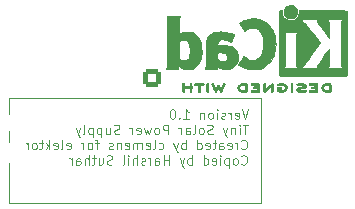
<source format=gbr>
%TF.GenerationSoftware,KiCad,Pcbnew,9.0.2*%
%TF.CreationDate,2025-06-13T22:03:49+05:30*%
%TF.ProjectId,Tiny Solar Supply,54696e79-2053-46f6-9c61-722053757070,rev?*%
%TF.SameCoordinates,Original*%
%TF.FileFunction,Legend,Bot*%
%TF.FilePolarity,Positive*%
%FSLAX46Y46*%
G04 Gerber Fmt 4.6, Leading zero omitted, Abs format (unit mm)*
G04 Created by KiCad (PCBNEW 9.0.2) date 2025-06-13 22:03:49*
%MOMM*%
%LPD*%
G01*
G04 APERTURE LIST*
G04 Aperture macros list*
%AMRoundRect*
0 Rectangle with rounded corners*
0 $1 Rounding radius*
0 $2 $3 $4 $5 $6 $7 $8 $9 X,Y pos of 4 corners*
0 Add a 4 corners polygon primitive as box body*
4,1,4,$2,$3,$4,$5,$6,$7,$8,$9,$2,$3,0*
0 Add four circle primitives for the rounded corners*
1,1,$1+$1,$2,$3*
1,1,$1+$1,$4,$5*
1,1,$1+$1,$6,$7*
1,1,$1+$1,$8,$9*
0 Add four rect primitives between the rounded corners*
20,1,$1+$1,$2,$3,$4,$5,0*
20,1,$1+$1,$4,$5,$6,$7,0*
20,1,$1+$1,$6,$7,$8,$9,0*
20,1,$1+$1,$8,$9,$2,$3,0*%
G04 Aperture macros list end*
%ADD10C,0.100000*%
%ADD11C,0.010000*%
%ADD12R,1.700000X1.700000*%
%ADD13C,1.700000*%
%ADD14RoundRect,0.250000X0.550000X0.550000X-0.550000X0.550000X-0.550000X-0.550000X0.550000X-0.550000X0*%
%ADD15C,1.600000*%
G04 APERTURE END LIST*
D10*
X116126520Y-117622195D02*
X115859853Y-118422195D01*
X115859853Y-118422195D02*
X115593187Y-117622195D01*
X115021758Y-118384100D02*
X115097949Y-118422195D01*
X115097949Y-118422195D02*
X115250330Y-118422195D01*
X115250330Y-118422195D02*
X115326520Y-118384100D01*
X115326520Y-118384100D02*
X115364616Y-118307909D01*
X115364616Y-118307909D02*
X115364616Y-118003147D01*
X115364616Y-118003147D02*
X115326520Y-117926957D01*
X115326520Y-117926957D02*
X115250330Y-117888861D01*
X115250330Y-117888861D02*
X115097949Y-117888861D01*
X115097949Y-117888861D02*
X115021758Y-117926957D01*
X115021758Y-117926957D02*
X114983663Y-118003147D01*
X114983663Y-118003147D02*
X114983663Y-118079338D01*
X114983663Y-118079338D02*
X115364616Y-118155528D01*
X114640806Y-118422195D02*
X114640806Y-117888861D01*
X114640806Y-118041242D02*
X114602711Y-117965052D01*
X114602711Y-117965052D02*
X114564616Y-117926957D01*
X114564616Y-117926957D02*
X114488425Y-117888861D01*
X114488425Y-117888861D02*
X114412235Y-117888861D01*
X114183664Y-118384100D02*
X114107473Y-118422195D01*
X114107473Y-118422195D02*
X113955092Y-118422195D01*
X113955092Y-118422195D02*
X113878902Y-118384100D01*
X113878902Y-118384100D02*
X113840806Y-118307909D01*
X113840806Y-118307909D02*
X113840806Y-118269814D01*
X113840806Y-118269814D02*
X113878902Y-118193623D01*
X113878902Y-118193623D02*
X113955092Y-118155528D01*
X113955092Y-118155528D02*
X114069378Y-118155528D01*
X114069378Y-118155528D02*
X114145568Y-118117433D01*
X114145568Y-118117433D02*
X114183664Y-118041242D01*
X114183664Y-118041242D02*
X114183664Y-118003147D01*
X114183664Y-118003147D02*
X114145568Y-117926957D01*
X114145568Y-117926957D02*
X114069378Y-117888861D01*
X114069378Y-117888861D02*
X113955092Y-117888861D01*
X113955092Y-117888861D02*
X113878902Y-117926957D01*
X113497949Y-118422195D02*
X113497949Y-117888861D01*
X113497949Y-117622195D02*
X113536045Y-117660290D01*
X113536045Y-117660290D02*
X113497949Y-117698385D01*
X113497949Y-117698385D02*
X113459854Y-117660290D01*
X113459854Y-117660290D02*
X113497949Y-117622195D01*
X113497949Y-117622195D02*
X113497949Y-117698385D01*
X113002712Y-118422195D02*
X113078902Y-118384100D01*
X113078902Y-118384100D02*
X113116997Y-118346004D01*
X113116997Y-118346004D02*
X113155093Y-118269814D01*
X113155093Y-118269814D02*
X113155093Y-118041242D01*
X113155093Y-118041242D02*
X113116997Y-117965052D01*
X113116997Y-117965052D02*
X113078902Y-117926957D01*
X113078902Y-117926957D02*
X113002712Y-117888861D01*
X113002712Y-117888861D02*
X112888426Y-117888861D01*
X112888426Y-117888861D02*
X112812235Y-117926957D01*
X112812235Y-117926957D02*
X112774140Y-117965052D01*
X112774140Y-117965052D02*
X112736045Y-118041242D01*
X112736045Y-118041242D02*
X112736045Y-118269814D01*
X112736045Y-118269814D02*
X112774140Y-118346004D01*
X112774140Y-118346004D02*
X112812235Y-118384100D01*
X112812235Y-118384100D02*
X112888426Y-118422195D01*
X112888426Y-118422195D02*
X113002712Y-118422195D01*
X112393187Y-117888861D02*
X112393187Y-118422195D01*
X112393187Y-117965052D02*
X112355092Y-117926957D01*
X112355092Y-117926957D02*
X112278902Y-117888861D01*
X112278902Y-117888861D02*
X112164616Y-117888861D01*
X112164616Y-117888861D02*
X112088425Y-117926957D01*
X112088425Y-117926957D02*
X112050330Y-118003147D01*
X112050330Y-118003147D02*
X112050330Y-118422195D01*
X110640806Y-118422195D02*
X111097949Y-118422195D01*
X110869377Y-118422195D02*
X110869377Y-117622195D01*
X110869377Y-117622195D02*
X110945568Y-117736480D01*
X110945568Y-117736480D02*
X111021758Y-117812671D01*
X111021758Y-117812671D02*
X111097949Y-117850766D01*
X110297948Y-118346004D02*
X110259853Y-118384100D01*
X110259853Y-118384100D02*
X110297948Y-118422195D01*
X110297948Y-118422195D02*
X110336044Y-118384100D01*
X110336044Y-118384100D02*
X110297948Y-118346004D01*
X110297948Y-118346004D02*
X110297948Y-118422195D01*
X109764615Y-117622195D02*
X109688425Y-117622195D01*
X109688425Y-117622195D02*
X109612234Y-117660290D01*
X109612234Y-117660290D02*
X109574139Y-117698385D01*
X109574139Y-117698385D02*
X109536044Y-117774576D01*
X109536044Y-117774576D02*
X109497949Y-117926957D01*
X109497949Y-117926957D02*
X109497949Y-118117433D01*
X109497949Y-118117433D02*
X109536044Y-118269814D01*
X109536044Y-118269814D02*
X109574139Y-118346004D01*
X109574139Y-118346004D02*
X109612234Y-118384100D01*
X109612234Y-118384100D02*
X109688425Y-118422195D01*
X109688425Y-118422195D02*
X109764615Y-118422195D01*
X109764615Y-118422195D02*
X109840806Y-118384100D01*
X109840806Y-118384100D02*
X109878901Y-118346004D01*
X109878901Y-118346004D02*
X109916996Y-118269814D01*
X109916996Y-118269814D02*
X109955092Y-118117433D01*
X109955092Y-118117433D02*
X109955092Y-117926957D01*
X109955092Y-117926957D02*
X109916996Y-117774576D01*
X109916996Y-117774576D02*
X109878901Y-117698385D01*
X109878901Y-117698385D02*
X109840806Y-117660290D01*
X109840806Y-117660290D02*
X109764615Y-117622195D01*
X116126520Y-118910150D02*
X115669377Y-118910150D01*
X115897949Y-119710150D02*
X115897949Y-118910150D01*
X115402710Y-119710150D02*
X115402710Y-119176816D01*
X115402710Y-118910150D02*
X115440806Y-118948245D01*
X115440806Y-118948245D02*
X115402710Y-118986340D01*
X115402710Y-118986340D02*
X115364615Y-118948245D01*
X115364615Y-118948245D02*
X115402710Y-118910150D01*
X115402710Y-118910150D02*
X115402710Y-118986340D01*
X115021758Y-119176816D02*
X115021758Y-119710150D01*
X115021758Y-119253007D02*
X114983663Y-119214912D01*
X114983663Y-119214912D02*
X114907473Y-119176816D01*
X114907473Y-119176816D02*
X114793187Y-119176816D01*
X114793187Y-119176816D02*
X114716996Y-119214912D01*
X114716996Y-119214912D02*
X114678901Y-119291102D01*
X114678901Y-119291102D02*
X114678901Y-119710150D01*
X114374139Y-119176816D02*
X114183663Y-119710150D01*
X113993186Y-119176816D02*
X114183663Y-119710150D01*
X114183663Y-119710150D02*
X114259853Y-119900626D01*
X114259853Y-119900626D02*
X114297948Y-119938721D01*
X114297948Y-119938721D02*
X114374139Y-119976816D01*
X113116996Y-119672055D02*
X113002710Y-119710150D01*
X113002710Y-119710150D02*
X112812234Y-119710150D01*
X112812234Y-119710150D02*
X112736043Y-119672055D01*
X112736043Y-119672055D02*
X112697948Y-119633959D01*
X112697948Y-119633959D02*
X112659853Y-119557769D01*
X112659853Y-119557769D02*
X112659853Y-119481578D01*
X112659853Y-119481578D02*
X112697948Y-119405388D01*
X112697948Y-119405388D02*
X112736043Y-119367293D01*
X112736043Y-119367293D02*
X112812234Y-119329197D01*
X112812234Y-119329197D02*
X112964615Y-119291102D01*
X112964615Y-119291102D02*
X113040805Y-119253007D01*
X113040805Y-119253007D02*
X113078900Y-119214912D01*
X113078900Y-119214912D02*
X113116996Y-119138721D01*
X113116996Y-119138721D02*
X113116996Y-119062531D01*
X113116996Y-119062531D02*
X113078900Y-118986340D01*
X113078900Y-118986340D02*
X113040805Y-118948245D01*
X113040805Y-118948245D02*
X112964615Y-118910150D01*
X112964615Y-118910150D02*
X112774138Y-118910150D01*
X112774138Y-118910150D02*
X112659853Y-118948245D01*
X112202710Y-119710150D02*
X112278900Y-119672055D01*
X112278900Y-119672055D02*
X112316995Y-119633959D01*
X112316995Y-119633959D02*
X112355091Y-119557769D01*
X112355091Y-119557769D02*
X112355091Y-119329197D01*
X112355091Y-119329197D02*
X112316995Y-119253007D01*
X112316995Y-119253007D02*
X112278900Y-119214912D01*
X112278900Y-119214912D02*
X112202710Y-119176816D01*
X112202710Y-119176816D02*
X112088424Y-119176816D01*
X112088424Y-119176816D02*
X112012233Y-119214912D01*
X112012233Y-119214912D02*
X111974138Y-119253007D01*
X111974138Y-119253007D02*
X111936043Y-119329197D01*
X111936043Y-119329197D02*
X111936043Y-119557769D01*
X111936043Y-119557769D02*
X111974138Y-119633959D01*
X111974138Y-119633959D02*
X112012233Y-119672055D01*
X112012233Y-119672055D02*
X112088424Y-119710150D01*
X112088424Y-119710150D02*
X112202710Y-119710150D01*
X111478900Y-119710150D02*
X111555090Y-119672055D01*
X111555090Y-119672055D02*
X111593185Y-119595864D01*
X111593185Y-119595864D02*
X111593185Y-118910150D01*
X110831280Y-119710150D02*
X110831280Y-119291102D01*
X110831280Y-119291102D02*
X110869375Y-119214912D01*
X110869375Y-119214912D02*
X110945566Y-119176816D01*
X110945566Y-119176816D02*
X111097947Y-119176816D01*
X111097947Y-119176816D02*
X111174137Y-119214912D01*
X110831280Y-119672055D02*
X110907471Y-119710150D01*
X110907471Y-119710150D02*
X111097947Y-119710150D01*
X111097947Y-119710150D02*
X111174137Y-119672055D01*
X111174137Y-119672055D02*
X111212233Y-119595864D01*
X111212233Y-119595864D02*
X111212233Y-119519674D01*
X111212233Y-119519674D02*
X111174137Y-119443483D01*
X111174137Y-119443483D02*
X111097947Y-119405388D01*
X111097947Y-119405388D02*
X110907471Y-119405388D01*
X110907471Y-119405388D02*
X110831280Y-119367293D01*
X110450327Y-119710150D02*
X110450327Y-119176816D01*
X110450327Y-119329197D02*
X110412232Y-119253007D01*
X110412232Y-119253007D02*
X110374137Y-119214912D01*
X110374137Y-119214912D02*
X110297946Y-119176816D01*
X110297946Y-119176816D02*
X110221756Y-119176816D01*
X109345565Y-119710150D02*
X109345565Y-118910150D01*
X109345565Y-118910150D02*
X109040803Y-118910150D01*
X109040803Y-118910150D02*
X108964613Y-118948245D01*
X108964613Y-118948245D02*
X108926518Y-118986340D01*
X108926518Y-118986340D02*
X108888422Y-119062531D01*
X108888422Y-119062531D02*
X108888422Y-119176816D01*
X108888422Y-119176816D02*
X108926518Y-119253007D01*
X108926518Y-119253007D02*
X108964613Y-119291102D01*
X108964613Y-119291102D02*
X109040803Y-119329197D01*
X109040803Y-119329197D02*
X109345565Y-119329197D01*
X108431280Y-119710150D02*
X108507470Y-119672055D01*
X108507470Y-119672055D02*
X108545565Y-119633959D01*
X108545565Y-119633959D02*
X108583661Y-119557769D01*
X108583661Y-119557769D02*
X108583661Y-119329197D01*
X108583661Y-119329197D02*
X108545565Y-119253007D01*
X108545565Y-119253007D02*
X108507470Y-119214912D01*
X108507470Y-119214912D02*
X108431280Y-119176816D01*
X108431280Y-119176816D02*
X108316994Y-119176816D01*
X108316994Y-119176816D02*
X108240803Y-119214912D01*
X108240803Y-119214912D02*
X108202708Y-119253007D01*
X108202708Y-119253007D02*
X108164613Y-119329197D01*
X108164613Y-119329197D02*
X108164613Y-119557769D01*
X108164613Y-119557769D02*
X108202708Y-119633959D01*
X108202708Y-119633959D02*
X108240803Y-119672055D01*
X108240803Y-119672055D02*
X108316994Y-119710150D01*
X108316994Y-119710150D02*
X108431280Y-119710150D01*
X107897946Y-119176816D02*
X107745565Y-119710150D01*
X107745565Y-119710150D02*
X107593184Y-119329197D01*
X107593184Y-119329197D02*
X107440803Y-119710150D01*
X107440803Y-119710150D02*
X107288422Y-119176816D01*
X106678898Y-119672055D02*
X106755089Y-119710150D01*
X106755089Y-119710150D02*
X106907470Y-119710150D01*
X106907470Y-119710150D02*
X106983660Y-119672055D01*
X106983660Y-119672055D02*
X107021756Y-119595864D01*
X107021756Y-119595864D02*
X107021756Y-119291102D01*
X107021756Y-119291102D02*
X106983660Y-119214912D01*
X106983660Y-119214912D02*
X106907470Y-119176816D01*
X106907470Y-119176816D02*
X106755089Y-119176816D01*
X106755089Y-119176816D02*
X106678898Y-119214912D01*
X106678898Y-119214912D02*
X106640803Y-119291102D01*
X106640803Y-119291102D02*
X106640803Y-119367293D01*
X106640803Y-119367293D02*
X107021756Y-119443483D01*
X106297946Y-119710150D02*
X106297946Y-119176816D01*
X106297946Y-119329197D02*
X106259851Y-119253007D01*
X106259851Y-119253007D02*
X106221756Y-119214912D01*
X106221756Y-119214912D02*
X106145565Y-119176816D01*
X106145565Y-119176816D02*
X106069375Y-119176816D01*
X105231280Y-119672055D02*
X105116994Y-119710150D01*
X105116994Y-119710150D02*
X104926518Y-119710150D01*
X104926518Y-119710150D02*
X104850327Y-119672055D01*
X104850327Y-119672055D02*
X104812232Y-119633959D01*
X104812232Y-119633959D02*
X104774137Y-119557769D01*
X104774137Y-119557769D02*
X104774137Y-119481578D01*
X104774137Y-119481578D02*
X104812232Y-119405388D01*
X104812232Y-119405388D02*
X104850327Y-119367293D01*
X104850327Y-119367293D02*
X104926518Y-119329197D01*
X104926518Y-119329197D02*
X105078899Y-119291102D01*
X105078899Y-119291102D02*
X105155089Y-119253007D01*
X105155089Y-119253007D02*
X105193184Y-119214912D01*
X105193184Y-119214912D02*
X105231280Y-119138721D01*
X105231280Y-119138721D02*
X105231280Y-119062531D01*
X105231280Y-119062531D02*
X105193184Y-118986340D01*
X105193184Y-118986340D02*
X105155089Y-118948245D01*
X105155089Y-118948245D02*
X105078899Y-118910150D01*
X105078899Y-118910150D02*
X104888422Y-118910150D01*
X104888422Y-118910150D02*
X104774137Y-118948245D01*
X104088422Y-119176816D02*
X104088422Y-119710150D01*
X104431279Y-119176816D02*
X104431279Y-119595864D01*
X104431279Y-119595864D02*
X104393184Y-119672055D01*
X104393184Y-119672055D02*
X104316994Y-119710150D01*
X104316994Y-119710150D02*
X104202708Y-119710150D01*
X104202708Y-119710150D02*
X104126517Y-119672055D01*
X104126517Y-119672055D02*
X104088422Y-119633959D01*
X103707469Y-119176816D02*
X103707469Y-119976816D01*
X103707469Y-119214912D02*
X103631279Y-119176816D01*
X103631279Y-119176816D02*
X103478898Y-119176816D01*
X103478898Y-119176816D02*
X103402707Y-119214912D01*
X103402707Y-119214912D02*
X103364612Y-119253007D01*
X103364612Y-119253007D02*
X103326517Y-119329197D01*
X103326517Y-119329197D02*
X103326517Y-119557769D01*
X103326517Y-119557769D02*
X103364612Y-119633959D01*
X103364612Y-119633959D02*
X103402707Y-119672055D01*
X103402707Y-119672055D02*
X103478898Y-119710150D01*
X103478898Y-119710150D02*
X103631279Y-119710150D01*
X103631279Y-119710150D02*
X103707469Y-119672055D01*
X102983659Y-119176816D02*
X102983659Y-119976816D01*
X102983659Y-119214912D02*
X102907469Y-119176816D01*
X102907469Y-119176816D02*
X102755088Y-119176816D01*
X102755088Y-119176816D02*
X102678897Y-119214912D01*
X102678897Y-119214912D02*
X102640802Y-119253007D01*
X102640802Y-119253007D02*
X102602707Y-119329197D01*
X102602707Y-119329197D02*
X102602707Y-119557769D01*
X102602707Y-119557769D02*
X102640802Y-119633959D01*
X102640802Y-119633959D02*
X102678897Y-119672055D01*
X102678897Y-119672055D02*
X102755088Y-119710150D01*
X102755088Y-119710150D02*
X102907469Y-119710150D01*
X102907469Y-119710150D02*
X102983659Y-119672055D01*
X102145564Y-119710150D02*
X102221754Y-119672055D01*
X102221754Y-119672055D02*
X102259849Y-119595864D01*
X102259849Y-119595864D02*
X102259849Y-118910150D01*
X101916992Y-119176816D02*
X101726516Y-119710150D01*
X101536039Y-119176816D02*
X101726516Y-119710150D01*
X101726516Y-119710150D02*
X101802706Y-119900626D01*
X101802706Y-119900626D02*
X101840801Y-119938721D01*
X101840801Y-119938721D02*
X101916992Y-119976816D01*
X115555091Y-120921914D02*
X115593187Y-120960010D01*
X115593187Y-120960010D02*
X115707472Y-120998105D01*
X115707472Y-120998105D02*
X115783663Y-120998105D01*
X115783663Y-120998105D02*
X115897949Y-120960010D01*
X115897949Y-120960010D02*
X115974139Y-120883819D01*
X115974139Y-120883819D02*
X116012234Y-120807629D01*
X116012234Y-120807629D02*
X116050330Y-120655248D01*
X116050330Y-120655248D02*
X116050330Y-120540962D01*
X116050330Y-120540962D02*
X116012234Y-120388581D01*
X116012234Y-120388581D02*
X115974139Y-120312390D01*
X115974139Y-120312390D02*
X115897949Y-120236200D01*
X115897949Y-120236200D02*
X115783663Y-120198105D01*
X115783663Y-120198105D02*
X115707472Y-120198105D01*
X115707472Y-120198105D02*
X115593187Y-120236200D01*
X115593187Y-120236200D02*
X115555091Y-120274295D01*
X115212234Y-120998105D02*
X115212234Y-120464771D01*
X115212234Y-120617152D02*
X115174139Y-120540962D01*
X115174139Y-120540962D02*
X115136044Y-120502867D01*
X115136044Y-120502867D02*
X115059853Y-120464771D01*
X115059853Y-120464771D02*
X114983663Y-120464771D01*
X114412234Y-120960010D02*
X114488425Y-120998105D01*
X114488425Y-120998105D02*
X114640806Y-120998105D01*
X114640806Y-120998105D02*
X114716996Y-120960010D01*
X114716996Y-120960010D02*
X114755092Y-120883819D01*
X114755092Y-120883819D02*
X114755092Y-120579057D01*
X114755092Y-120579057D02*
X114716996Y-120502867D01*
X114716996Y-120502867D02*
X114640806Y-120464771D01*
X114640806Y-120464771D02*
X114488425Y-120464771D01*
X114488425Y-120464771D02*
X114412234Y-120502867D01*
X114412234Y-120502867D02*
X114374139Y-120579057D01*
X114374139Y-120579057D02*
X114374139Y-120655248D01*
X114374139Y-120655248D02*
X114755092Y-120731438D01*
X113688425Y-120998105D02*
X113688425Y-120579057D01*
X113688425Y-120579057D02*
X113726520Y-120502867D01*
X113726520Y-120502867D02*
X113802711Y-120464771D01*
X113802711Y-120464771D02*
X113955092Y-120464771D01*
X113955092Y-120464771D02*
X114031282Y-120502867D01*
X113688425Y-120960010D02*
X113764616Y-120998105D01*
X113764616Y-120998105D02*
X113955092Y-120998105D01*
X113955092Y-120998105D02*
X114031282Y-120960010D01*
X114031282Y-120960010D02*
X114069378Y-120883819D01*
X114069378Y-120883819D02*
X114069378Y-120807629D01*
X114069378Y-120807629D02*
X114031282Y-120731438D01*
X114031282Y-120731438D02*
X113955092Y-120693343D01*
X113955092Y-120693343D02*
X113764616Y-120693343D01*
X113764616Y-120693343D02*
X113688425Y-120655248D01*
X113421758Y-120464771D02*
X113116996Y-120464771D01*
X113307472Y-120198105D02*
X113307472Y-120883819D01*
X113307472Y-120883819D02*
X113269377Y-120960010D01*
X113269377Y-120960010D02*
X113193187Y-120998105D01*
X113193187Y-120998105D02*
X113116996Y-120998105D01*
X112545567Y-120960010D02*
X112621758Y-120998105D01*
X112621758Y-120998105D02*
X112774139Y-120998105D01*
X112774139Y-120998105D02*
X112850329Y-120960010D01*
X112850329Y-120960010D02*
X112888425Y-120883819D01*
X112888425Y-120883819D02*
X112888425Y-120579057D01*
X112888425Y-120579057D02*
X112850329Y-120502867D01*
X112850329Y-120502867D02*
X112774139Y-120464771D01*
X112774139Y-120464771D02*
X112621758Y-120464771D01*
X112621758Y-120464771D02*
X112545567Y-120502867D01*
X112545567Y-120502867D02*
X112507472Y-120579057D01*
X112507472Y-120579057D02*
X112507472Y-120655248D01*
X112507472Y-120655248D02*
X112888425Y-120731438D01*
X111821758Y-120998105D02*
X111821758Y-120198105D01*
X111821758Y-120960010D02*
X111897949Y-120998105D01*
X111897949Y-120998105D02*
X112050330Y-120998105D01*
X112050330Y-120998105D02*
X112126520Y-120960010D01*
X112126520Y-120960010D02*
X112164615Y-120921914D01*
X112164615Y-120921914D02*
X112202711Y-120845724D01*
X112202711Y-120845724D02*
X112202711Y-120617152D01*
X112202711Y-120617152D02*
X112164615Y-120540962D01*
X112164615Y-120540962D02*
X112126520Y-120502867D01*
X112126520Y-120502867D02*
X112050330Y-120464771D01*
X112050330Y-120464771D02*
X111897949Y-120464771D01*
X111897949Y-120464771D02*
X111821758Y-120502867D01*
X110831281Y-120998105D02*
X110831281Y-120198105D01*
X110831281Y-120502867D02*
X110755091Y-120464771D01*
X110755091Y-120464771D02*
X110602710Y-120464771D01*
X110602710Y-120464771D02*
X110526519Y-120502867D01*
X110526519Y-120502867D02*
X110488424Y-120540962D01*
X110488424Y-120540962D02*
X110450329Y-120617152D01*
X110450329Y-120617152D02*
X110450329Y-120845724D01*
X110450329Y-120845724D02*
X110488424Y-120921914D01*
X110488424Y-120921914D02*
X110526519Y-120960010D01*
X110526519Y-120960010D02*
X110602710Y-120998105D01*
X110602710Y-120998105D02*
X110755091Y-120998105D01*
X110755091Y-120998105D02*
X110831281Y-120960010D01*
X110183662Y-120464771D02*
X109993186Y-120998105D01*
X109802709Y-120464771D02*
X109993186Y-120998105D01*
X109993186Y-120998105D02*
X110069376Y-121188581D01*
X110069376Y-121188581D02*
X110107471Y-121226676D01*
X110107471Y-121226676D02*
X110183662Y-121264771D01*
X108545566Y-120960010D02*
X108621757Y-120998105D01*
X108621757Y-120998105D02*
X108774138Y-120998105D01*
X108774138Y-120998105D02*
X108850328Y-120960010D01*
X108850328Y-120960010D02*
X108888423Y-120921914D01*
X108888423Y-120921914D02*
X108926519Y-120845724D01*
X108926519Y-120845724D02*
X108926519Y-120617152D01*
X108926519Y-120617152D02*
X108888423Y-120540962D01*
X108888423Y-120540962D02*
X108850328Y-120502867D01*
X108850328Y-120502867D02*
X108774138Y-120464771D01*
X108774138Y-120464771D02*
X108621757Y-120464771D01*
X108621757Y-120464771D02*
X108545566Y-120502867D01*
X108088424Y-120998105D02*
X108164614Y-120960010D01*
X108164614Y-120960010D02*
X108202709Y-120883819D01*
X108202709Y-120883819D02*
X108202709Y-120198105D01*
X107478899Y-120960010D02*
X107555090Y-120998105D01*
X107555090Y-120998105D02*
X107707471Y-120998105D01*
X107707471Y-120998105D02*
X107783661Y-120960010D01*
X107783661Y-120960010D02*
X107821757Y-120883819D01*
X107821757Y-120883819D02*
X107821757Y-120579057D01*
X107821757Y-120579057D02*
X107783661Y-120502867D01*
X107783661Y-120502867D02*
X107707471Y-120464771D01*
X107707471Y-120464771D02*
X107555090Y-120464771D01*
X107555090Y-120464771D02*
X107478899Y-120502867D01*
X107478899Y-120502867D02*
X107440804Y-120579057D01*
X107440804Y-120579057D02*
X107440804Y-120655248D01*
X107440804Y-120655248D02*
X107821757Y-120731438D01*
X107097947Y-120998105D02*
X107097947Y-120464771D01*
X107097947Y-120540962D02*
X107059852Y-120502867D01*
X107059852Y-120502867D02*
X106983662Y-120464771D01*
X106983662Y-120464771D02*
X106869376Y-120464771D01*
X106869376Y-120464771D02*
X106793185Y-120502867D01*
X106793185Y-120502867D02*
X106755090Y-120579057D01*
X106755090Y-120579057D02*
X106755090Y-120998105D01*
X106755090Y-120579057D02*
X106716995Y-120502867D01*
X106716995Y-120502867D02*
X106640804Y-120464771D01*
X106640804Y-120464771D02*
X106526519Y-120464771D01*
X106526519Y-120464771D02*
X106450328Y-120502867D01*
X106450328Y-120502867D02*
X106412233Y-120579057D01*
X106412233Y-120579057D02*
X106412233Y-120998105D01*
X105726518Y-120960010D02*
X105802709Y-120998105D01*
X105802709Y-120998105D02*
X105955090Y-120998105D01*
X105955090Y-120998105D02*
X106031280Y-120960010D01*
X106031280Y-120960010D02*
X106069376Y-120883819D01*
X106069376Y-120883819D02*
X106069376Y-120579057D01*
X106069376Y-120579057D02*
X106031280Y-120502867D01*
X106031280Y-120502867D02*
X105955090Y-120464771D01*
X105955090Y-120464771D02*
X105802709Y-120464771D01*
X105802709Y-120464771D02*
X105726518Y-120502867D01*
X105726518Y-120502867D02*
X105688423Y-120579057D01*
X105688423Y-120579057D02*
X105688423Y-120655248D01*
X105688423Y-120655248D02*
X106069376Y-120731438D01*
X105345566Y-120464771D02*
X105345566Y-120998105D01*
X105345566Y-120540962D02*
X105307471Y-120502867D01*
X105307471Y-120502867D02*
X105231281Y-120464771D01*
X105231281Y-120464771D02*
X105116995Y-120464771D01*
X105116995Y-120464771D02*
X105040804Y-120502867D01*
X105040804Y-120502867D02*
X105002709Y-120579057D01*
X105002709Y-120579057D02*
X105002709Y-120998105D01*
X104659852Y-120960010D02*
X104583661Y-120998105D01*
X104583661Y-120998105D02*
X104431280Y-120998105D01*
X104431280Y-120998105D02*
X104355090Y-120960010D01*
X104355090Y-120960010D02*
X104316994Y-120883819D01*
X104316994Y-120883819D02*
X104316994Y-120845724D01*
X104316994Y-120845724D02*
X104355090Y-120769533D01*
X104355090Y-120769533D02*
X104431280Y-120731438D01*
X104431280Y-120731438D02*
X104545566Y-120731438D01*
X104545566Y-120731438D02*
X104621756Y-120693343D01*
X104621756Y-120693343D02*
X104659852Y-120617152D01*
X104659852Y-120617152D02*
X104659852Y-120579057D01*
X104659852Y-120579057D02*
X104621756Y-120502867D01*
X104621756Y-120502867D02*
X104545566Y-120464771D01*
X104545566Y-120464771D02*
X104431280Y-120464771D01*
X104431280Y-120464771D02*
X104355090Y-120502867D01*
X103478899Y-120464771D02*
X103174137Y-120464771D01*
X103364613Y-120998105D02*
X103364613Y-120312390D01*
X103364613Y-120312390D02*
X103326518Y-120236200D01*
X103326518Y-120236200D02*
X103250328Y-120198105D01*
X103250328Y-120198105D02*
X103174137Y-120198105D01*
X102793185Y-120998105D02*
X102869375Y-120960010D01*
X102869375Y-120960010D02*
X102907470Y-120921914D01*
X102907470Y-120921914D02*
X102945566Y-120845724D01*
X102945566Y-120845724D02*
X102945566Y-120617152D01*
X102945566Y-120617152D02*
X102907470Y-120540962D01*
X102907470Y-120540962D02*
X102869375Y-120502867D01*
X102869375Y-120502867D02*
X102793185Y-120464771D01*
X102793185Y-120464771D02*
X102678899Y-120464771D01*
X102678899Y-120464771D02*
X102602708Y-120502867D01*
X102602708Y-120502867D02*
X102564613Y-120540962D01*
X102564613Y-120540962D02*
X102526518Y-120617152D01*
X102526518Y-120617152D02*
X102526518Y-120845724D01*
X102526518Y-120845724D02*
X102564613Y-120921914D01*
X102564613Y-120921914D02*
X102602708Y-120960010D01*
X102602708Y-120960010D02*
X102678899Y-120998105D01*
X102678899Y-120998105D02*
X102793185Y-120998105D01*
X102183660Y-120998105D02*
X102183660Y-120464771D01*
X102183660Y-120617152D02*
X102145565Y-120540962D01*
X102145565Y-120540962D02*
X102107470Y-120502867D01*
X102107470Y-120502867D02*
X102031279Y-120464771D01*
X102031279Y-120464771D02*
X101955089Y-120464771D01*
X100774136Y-120960010D02*
X100850327Y-120998105D01*
X100850327Y-120998105D02*
X101002708Y-120998105D01*
X101002708Y-120998105D02*
X101078898Y-120960010D01*
X101078898Y-120960010D02*
X101116994Y-120883819D01*
X101116994Y-120883819D02*
X101116994Y-120579057D01*
X101116994Y-120579057D02*
X101078898Y-120502867D01*
X101078898Y-120502867D02*
X101002708Y-120464771D01*
X101002708Y-120464771D02*
X100850327Y-120464771D01*
X100850327Y-120464771D02*
X100774136Y-120502867D01*
X100774136Y-120502867D02*
X100736041Y-120579057D01*
X100736041Y-120579057D02*
X100736041Y-120655248D01*
X100736041Y-120655248D02*
X101116994Y-120731438D01*
X100278899Y-120998105D02*
X100355089Y-120960010D01*
X100355089Y-120960010D02*
X100393184Y-120883819D01*
X100393184Y-120883819D02*
X100393184Y-120198105D01*
X99669374Y-120960010D02*
X99745565Y-120998105D01*
X99745565Y-120998105D02*
X99897946Y-120998105D01*
X99897946Y-120998105D02*
X99974136Y-120960010D01*
X99974136Y-120960010D02*
X100012232Y-120883819D01*
X100012232Y-120883819D02*
X100012232Y-120579057D01*
X100012232Y-120579057D02*
X99974136Y-120502867D01*
X99974136Y-120502867D02*
X99897946Y-120464771D01*
X99897946Y-120464771D02*
X99745565Y-120464771D01*
X99745565Y-120464771D02*
X99669374Y-120502867D01*
X99669374Y-120502867D02*
X99631279Y-120579057D01*
X99631279Y-120579057D02*
X99631279Y-120655248D01*
X99631279Y-120655248D02*
X100012232Y-120731438D01*
X99288422Y-120998105D02*
X99288422Y-120198105D01*
X99212232Y-120693343D02*
X98983660Y-120998105D01*
X98983660Y-120464771D02*
X99288422Y-120769533D01*
X98755089Y-120464771D02*
X98450327Y-120464771D01*
X98640803Y-120198105D02*
X98640803Y-120883819D01*
X98640803Y-120883819D02*
X98602708Y-120960010D01*
X98602708Y-120960010D02*
X98526518Y-120998105D01*
X98526518Y-120998105D02*
X98450327Y-120998105D01*
X98069375Y-120998105D02*
X98145565Y-120960010D01*
X98145565Y-120960010D02*
X98183660Y-120921914D01*
X98183660Y-120921914D02*
X98221756Y-120845724D01*
X98221756Y-120845724D02*
X98221756Y-120617152D01*
X98221756Y-120617152D02*
X98183660Y-120540962D01*
X98183660Y-120540962D02*
X98145565Y-120502867D01*
X98145565Y-120502867D02*
X98069375Y-120464771D01*
X98069375Y-120464771D02*
X97955089Y-120464771D01*
X97955089Y-120464771D02*
X97878898Y-120502867D01*
X97878898Y-120502867D02*
X97840803Y-120540962D01*
X97840803Y-120540962D02*
X97802708Y-120617152D01*
X97802708Y-120617152D02*
X97802708Y-120845724D01*
X97802708Y-120845724D02*
X97840803Y-120921914D01*
X97840803Y-120921914D02*
X97878898Y-120960010D01*
X97878898Y-120960010D02*
X97955089Y-120998105D01*
X97955089Y-120998105D02*
X98069375Y-120998105D01*
X97459850Y-120998105D02*
X97459850Y-120464771D01*
X97459850Y-120617152D02*
X97421755Y-120540962D01*
X97421755Y-120540962D02*
X97383660Y-120502867D01*
X97383660Y-120502867D02*
X97307469Y-120464771D01*
X97307469Y-120464771D02*
X97231279Y-120464771D01*
X115555091Y-122209869D02*
X115593187Y-122247965D01*
X115593187Y-122247965D02*
X115707472Y-122286060D01*
X115707472Y-122286060D02*
X115783663Y-122286060D01*
X115783663Y-122286060D02*
X115897949Y-122247965D01*
X115897949Y-122247965D02*
X115974139Y-122171774D01*
X115974139Y-122171774D02*
X116012234Y-122095584D01*
X116012234Y-122095584D02*
X116050330Y-121943203D01*
X116050330Y-121943203D02*
X116050330Y-121828917D01*
X116050330Y-121828917D02*
X116012234Y-121676536D01*
X116012234Y-121676536D02*
X115974139Y-121600345D01*
X115974139Y-121600345D02*
X115897949Y-121524155D01*
X115897949Y-121524155D02*
X115783663Y-121486060D01*
X115783663Y-121486060D02*
X115707472Y-121486060D01*
X115707472Y-121486060D02*
X115593187Y-121524155D01*
X115593187Y-121524155D02*
X115555091Y-121562250D01*
X115097949Y-122286060D02*
X115174139Y-122247965D01*
X115174139Y-122247965D02*
X115212234Y-122209869D01*
X115212234Y-122209869D02*
X115250330Y-122133679D01*
X115250330Y-122133679D02*
X115250330Y-121905107D01*
X115250330Y-121905107D02*
X115212234Y-121828917D01*
X115212234Y-121828917D02*
X115174139Y-121790822D01*
X115174139Y-121790822D02*
X115097949Y-121752726D01*
X115097949Y-121752726D02*
X114983663Y-121752726D01*
X114983663Y-121752726D02*
X114907472Y-121790822D01*
X114907472Y-121790822D02*
X114869377Y-121828917D01*
X114869377Y-121828917D02*
X114831282Y-121905107D01*
X114831282Y-121905107D02*
X114831282Y-122133679D01*
X114831282Y-122133679D02*
X114869377Y-122209869D01*
X114869377Y-122209869D02*
X114907472Y-122247965D01*
X114907472Y-122247965D02*
X114983663Y-122286060D01*
X114983663Y-122286060D02*
X115097949Y-122286060D01*
X114488424Y-121752726D02*
X114488424Y-122552726D01*
X114488424Y-121790822D02*
X114412234Y-121752726D01*
X114412234Y-121752726D02*
X114259853Y-121752726D01*
X114259853Y-121752726D02*
X114183662Y-121790822D01*
X114183662Y-121790822D02*
X114145567Y-121828917D01*
X114145567Y-121828917D02*
X114107472Y-121905107D01*
X114107472Y-121905107D02*
X114107472Y-122133679D01*
X114107472Y-122133679D02*
X114145567Y-122209869D01*
X114145567Y-122209869D02*
X114183662Y-122247965D01*
X114183662Y-122247965D02*
X114259853Y-122286060D01*
X114259853Y-122286060D02*
X114412234Y-122286060D01*
X114412234Y-122286060D02*
X114488424Y-122247965D01*
X113764614Y-122286060D02*
X113764614Y-121752726D01*
X113764614Y-121486060D02*
X113802710Y-121524155D01*
X113802710Y-121524155D02*
X113764614Y-121562250D01*
X113764614Y-121562250D02*
X113726519Y-121524155D01*
X113726519Y-121524155D02*
X113764614Y-121486060D01*
X113764614Y-121486060D02*
X113764614Y-121562250D01*
X113078900Y-122247965D02*
X113155091Y-122286060D01*
X113155091Y-122286060D02*
X113307472Y-122286060D01*
X113307472Y-122286060D02*
X113383662Y-122247965D01*
X113383662Y-122247965D02*
X113421758Y-122171774D01*
X113421758Y-122171774D02*
X113421758Y-121867012D01*
X113421758Y-121867012D02*
X113383662Y-121790822D01*
X113383662Y-121790822D02*
X113307472Y-121752726D01*
X113307472Y-121752726D02*
X113155091Y-121752726D01*
X113155091Y-121752726D02*
X113078900Y-121790822D01*
X113078900Y-121790822D02*
X113040805Y-121867012D01*
X113040805Y-121867012D02*
X113040805Y-121943203D01*
X113040805Y-121943203D02*
X113421758Y-122019393D01*
X112355091Y-122286060D02*
X112355091Y-121486060D01*
X112355091Y-122247965D02*
X112431282Y-122286060D01*
X112431282Y-122286060D02*
X112583663Y-122286060D01*
X112583663Y-122286060D02*
X112659853Y-122247965D01*
X112659853Y-122247965D02*
X112697948Y-122209869D01*
X112697948Y-122209869D02*
X112736044Y-122133679D01*
X112736044Y-122133679D02*
X112736044Y-121905107D01*
X112736044Y-121905107D02*
X112697948Y-121828917D01*
X112697948Y-121828917D02*
X112659853Y-121790822D01*
X112659853Y-121790822D02*
X112583663Y-121752726D01*
X112583663Y-121752726D02*
X112431282Y-121752726D01*
X112431282Y-121752726D02*
X112355091Y-121790822D01*
X111364614Y-122286060D02*
X111364614Y-121486060D01*
X111364614Y-121790822D02*
X111288424Y-121752726D01*
X111288424Y-121752726D02*
X111136043Y-121752726D01*
X111136043Y-121752726D02*
X111059852Y-121790822D01*
X111059852Y-121790822D02*
X111021757Y-121828917D01*
X111021757Y-121828917D02*
X110983662Y-121905107D01*
X110983662Y-121905107D02*
X110983662Y-122133679D01*
X110983662Y-122133679D02*
X111021757Y-122209869D01*
X111021757Y-122209869D02*
X111059852Y-122247965D01*
X111059852Y-122247965D02*
X111136043Y-122286060D01*
X111136043Y-122286060D02*
X111288424Y-122286060D01*
X111288424Y-122286060D02*
X111364614Y-122247965D01*
X110716995Y-121752726D02*
X110526519Y-122286060D01*
X110336042Y-121752726D02*
X110526519Y-122286060D01*
X110526519Y-122286060D02*
X110602709Y-122476536D01*
X110602709Y-122476536D02*
X110640804Y-122514631D01*
X110640804Y-122514631D02*
X110716995Y-122552726D01*
X109421756Y-122286060D02*
X109421756Y-121486060D01*
X109421756Y-121867012D02*
X108964613Y-121867012D01*
X108964613Y-122286060D02*
X108964613Y-121486060D01*
X108240804Y-122286060D02*
X108240804Y-121867012D01*
X108240804Y-121867012D02*
X108278899Y-121790822D01*
X108278899Y-121790822D02*
X108355090Y-121752726D01*
X108355090Y-121752726D02*
X108507471Y-121752726D01*
X108507471Y-121752726D02*
X108583661Y-121790822D01*
X108240804Y-122247965D02*
X108316995Y-122286060D01*
X108316995Y-122286060D02*
X108507471Y-122286060D01*
X108507471Y-122286060D02*
X108583661Y-122247965D01*
X108583661Y-122247965D02*
X108621757Y-122171774D01*
X108621757Y-122171774D02*
X108621757Y-122095584D01*
X108621757Y-122095584D02*
X108583661Y-122019393D01*
X108583661Y-122019393D02*
X108507471Y-121981298D01*
X108507471Y-121981298D02*
X108316995Y-121981298D01*
X108316995Y-121981298D02*
X108240804Y-121943203D01*
X107859851Y-122286060D02*
X107859851Y-121752726D01*
X107859851Y-121905107D02*
X107821756Y-121828917D01*
X107821756Y-121828917D02*
X107783661Y-121790822D01*
X107783661Y-121790822D02*
X107707470Y-121752726D01*
X107707470Y-121752726D02*
X107631280Y-121752726D01*
X107402709Y-122247965D02*
X107326518Y-122286060D01*
X107326518Y-122286060D02*
X107174137Y-122286060D01*
X107174137Y-122286060D02*
X107097947Y-122247965D01*
X107097947Y-122247965D02*
X107059851Y-122171774D01*
X107059851Y-122171774D02*
X107059851Y-122133679D01*
X107059851Y-122133679D02*
X107097947Y-122057488D01*
X107097947Y-122057488D02*
X107174137Y-122019393D01*
X107174137Y-122019393D02*
X107288423Y-122019393D01*
X107288423Y-122019393D02*
X107364613Y-121981298D01*
X107364613Y-121981298D02*
X107402709Y-121905107D01*
X107402709Y-121905107D02*
X107402709Y-121867012D01*
X107402709Y-121867012D02*
X107364613Y-121790822D01*
X107364613Y-121790822D02*
X107288423Y-121752726D01*
X107288423Y-121752726D02*
X107174137Y-121752726D01*
X107174137Y-121752726D02*
X107097947Y-121790822D01*
X106716994Y-122286060D02*
X106716994Y-121486060D01*
X106374137Y-122286060D02*
X106374137Y-121867012D01*
X106374137Y-121867012D02*
X106412232Y-121790822D01*
X106412232Y-121790822D02*
X106488423Y-121752726D01*
X106488423Y-121752726D02*
X106602709Y-121752726D01*
X106602709Y-121752726D02*
X106678899Y-121790822D01*
X106678899Y-121790822D02*
X106716994Y-121828917D01*
X105993184Y-122286060D02*
X105993184Y-121752726D01*
X105993184Y-121486060D02*
X106031280Y-121524155D01*
X106031280Y-121524155D02*
X105993184Y-121562250D01*
X105993184Y-121562250D02*
X105955089Y-121524155D01*
X105955089Y-121524155D02*
X105993184Y-121486060D01*
X105993184Y-121486060D02*
X105993184Y-121562250D01*
X105497947Y-122286060D02*
X105574137Y-122247965D01*
X105574137Y-122247965D02*
X105612232Y-122171774D01*
X105612232Y-122171774D02*
X105612232Y-121486060D01*
X104621756Y-122247965D02*
X104507470Y-122286060D01*
X104507470Y-122286060D02*
X104316994Y-122286060D01*
X104316994Y-122286060D02*
X104240803Y-122247965D01*
X104240803Y-122247965D02*
X104202708Y-122209869D01*
X104202708Y-122209869D02*
X104164613Y-122133679D01*
X104164613Y-122133679D02*
X104164613Y-122057488D01*
X104164613Y-122057488D02*
X104202708Y-121981298D01*
X104202708Y-121981298D02*
X104240803Y-121943203D01*
X104240803Y-121943203D02*
X104316994Y-121905107D01*
X104316994Y-121905107D02*
X104469375Y-121867012D01*
X104469375Y-121867012D02*
X104545565Y-121828917D01*
X104545565Y-121828917D02*
X104583660Y-121790822D01*
X104583660Y-121790822D02*
X104621756Y-121714631D01*
X104621756Y-121714631D02*
X104621756Y-121638441D01*
X104621756Y-121638441D02*
X104583660Y-121562250D01*
X104583660Y-121562250D02*
X104545565Y-121524155D01*
X104545565Y-121524155D02*
X104469375Y-121486060D01*
X104469375Y-121486060D02*
X104278898Y-121486060D01*
X104278898Y-121486060D02*
X104164613Y-121524155D01*
X103478898Y-121752726D02*
X103478898Y-122286060D01*
X103821755Y-121752726D02*
X103821755Y-122171774D01*
X103821755Y-122171774D02*
X103783660Y-122247965D01*
X103783660Y-122247965D02*
X103707470Y-122286060D01*
X103707470Y-122286060D02*
X103593184Y-122286060D01*
X103593184Y-122286060D02*
X103516993Y-122247965D01*
X103516993Y-122247965D02*
X103478898Y-122209869D01*
X103212231Y-121752726D02*
X102907469Y-121752726D01*
X103097945Y-121486060D02*
X103097945Y-122171774D01*
X103097945Y-122171774D02*
X103059850Y-122247965D01*
X103059850Y-122247965D02*
X102983660Y-122286060D01*
X102983660Y-122286060D02*
X102907469Y-122286060D01*
X102640802Y-122286060D02*
X102640802Y-121486060D01*
X102297945Y-122286060D02*
X102297945Y-121867012D01*
X102297945Y-121867012D02*
X102336040Y-121790822D01*
X102336040Y-121790822D02*
X102412231Y-121752726D01*
X102412231Y-121752726D02*
X102526517Y-121752726D01*
X102526517Y-121752726D02*
X102602707Y-121790822D01*
X102602707Y-121790822D02*
X102640802Y-121828917D01*
X101574135Y-122286060D02*
X101574135Y-121867012D01*
X101574135Y-121867012D02*
X101612230Y-121790822D01*
X101612230Y-121790822D02*
X101688421Y-121752726D01*
X101688421Y-121752726D02*
X101840802Y-121752726D01*
X101840802Y-121752726D02*
X101916992Y-121790822D01*
X101574135Y-122247965D02*
X101650326Y-122286060D01*
X101650326Y-122286060D02*
X101840802Y-122286060D01*
X101840802Y-122286060D02*
X101916992Y-122247965D01*
X101916992Y-122247965D02*
X101955088Y-122171774D01*
X101955088Y-122171774D02*
X101955088Y-122095584D01*
X101955088Y-122095584D02*
X101916992Y-122019393D01*
X101916992Y-122019393D02*
X101840802Y-121981298D01*
X101840802Y-121981298D02*
X101650326Y-121981298D01*
X101650326Y-121981298D02*
X101574135Y-121943203D01*
X101193182Y-122286060D02*
X101193182Y-121752726D01*
X101193182Y-121905107D02*
X101155087Y-121828917D01*
X101155087Y-121828917D02*
X101116992Y-121790822D01*
X101116992Y-121790822D02*
X101040801Y-121752726D01*
X101040801Y-121752726D02*
X100964611Y-121752726D01*
X95885000Y-116636800D02*
X117221000Y-116636800D01*
X117221000Y-125577600D01*
X95885000Y-125577600D01*
X95885000Y-116636800D01*
D11*
%TO.C,REF\u002A\u002A*%
X112683698Y-115401141D02*
X112709419Y-115416839D01*
X112736070Y-115438419D01*
X112736070Y-116085876D01*
X112709419Y-116107456D01*
X112678059Y-116124931D01*
X112642258Y-116125767D01*
X112610820Y-116105274D01*
X112606944Y-116100608D01*
X112601478Y-116091141D01*
X112597271Y-116077459D01*
X112594159Y-116056940D01*
X112591979Y-116026960D01*
X112590568Y-115984896D01*
X112589763Y-115928124D01*
X112589399Y-115854022D01*
X112589314Y-115759965D01*
X112589314Y-115438419D01*
X112615965Y-115416839D01*
X112639678Y-115402069D01*
X112662692Y-115395259D01*
X112683698Y-115401141D01*
G36*
X112683698Y-115401141D02*
G01*
X112709419Y-115416839D01*
X112736070Y-115438419D01*
X112736070Y-116085876D01*
X112709419Y-116107456D01*
X112678059Y-116124931D01*
X112642258Y-116125767D01*
X112610820Y-116105274D01*
X112606944Y-116100608D01*
X112601478Y-116091141D01*
X112597271Y-116077459D01*
X112594159Y-116056940D01*
X112591979Y-116026960D01*
X112590568Y-115984896D01*
X112589763Y-115928124D01*
X112589399Y-115854022D01*
X112589314Y-115759965D01*
X112589314Y-115438419D01*
X112615965Y-115416839D01*
X112639678Y-115402069D01*
X112662692Y-115395259D01*
X112683698Y-115401141D01*
G37*
X119814429Y-115399655D02*
X119848583Y-115422968D01*
X119876292Y-115450677D01*
X119876292Y-115763729D01*
X119876251Y-115847759D01*
X119875993Y-115921981D01*
X119875322Y-115978733D01*
X119874044Y-116020704D01*
X119871965Y-116050581D01*
X119868891Y-116071053D01*
X119864626Y-116084806D01*
X119858976Y-116094529D01*
X119851747Y-116102909D01*
X119820283Y-116124373D01*
X119785118Y-116126139D01*
X119752114Y-116106459D01*
X119746808Y-116100590D01*
X119741358Y-116091506D01*
X119737192Y-116078165D01*
X119734138Y-116057949D01*
X119732024Y-116028241D01*
X119730678Y-115986424D01*
X119729930Y-115929881D01*
X119729606Y-115855994D01*
X119729537Y-115762148D01*
X119729576Y-115686486D01*
X119729831Y-115608577D01*
X119730475Y-115548567D01*
X119731679Y-115503840D01*
X119733616Y-115471777D01*
X119736456Y-115449763D01*
X119740371Y-115435179D01*
X119745534Y-115425410D01*
X119752114Y-115417837D01*
X119781298Y-115398815D01*
X119814429Y-115399655D01*
G36*
X119814429Y-115399655D02*
G01*
X119848583Y-115422968D01*
X119876292Y-115450677D01*
X119876292Y-115763729D01*
X119876251Y-115847759D01*
X119875993Y-115921981D01*
X119875322Y-115978733D01*
X119874044Y-116020704D01*
X119871965Y-116050581D01*
X119868891Y-116071053D01*
X119864626Y-116084806D01*
X119858976Y-116094529D01*
X119851747Y-116102909D01*
X119820283Y-116124373D01*
X119785118Y-116126139D01*
X119752114Y-116106459D01*
X119746808Y-116100590D01*
X119741358Y-116091506D01*
X119737192Y-116078165D01*
X119734138Y-116057949D01*
X119732024Y-116028241D01*
X119730678Y-115986424D01*
X119729930Y-115929881D01*
X119729606Y-115855994D01*
X119729537Y-115762148D01*
X119729576Y-115686486D01*
X119729831Y-115608577D01*
X119730475Y-115548567D01*
X119731679Y-115503840D01*
X119733616Y-115471777D01*
X119736456Y-115449763D01*
X119740371Y-115435179D01*
X119745534Y-115425410D01*
X119752114Y-115417837D01*
X119781298Y-115398815D01*
X119814429Y-115399655D01*
G37*
X119781012Y-108786581D02*
X119886536Y-108812436D01*
X119986560Y-108858841D01*
X120077934Y-108925803D01*
X120157505Y-109013328D01*
X120222120Y-109121426D01*
X120239443Y-109159506D01*
X120253477Y-109198103D01*
X120261352Y-109236689D01*
X120264803Y-109284415D01*
X120265568Y-109350433D01*
X120265105Y-109405381D01*
X120262319Y-109455880D01*
X120255487Y-109495280D01*
X120242904Y-109532628D01*
X120222864Y-109576973D01*
X120217066Y-109588791D01*
X120148545Y-109697001D01*
X120062365Y-109786033D01*
X119960972Y-109853797D01*
X119846811Y-109898206D01*
X119788234Y-109910598D01*
X119669399Y-109916397D01*
X119554300Y-109897634D01*
X119446312Y-109856232D01*
X119348809Y-109794115D01*
X119265168Y-109713207D01*
X119198763Y-109615432D01*
X119152969Y-109502714D01*
X119136214Y-109410471D01*
X119134705Y-109308677D01*
X119148332Y-109209660D01*
X119176445Y-109123892D01*
X119208930Y-109062573D01*
X119281247Y-108965288D01*
X119366978Y-108888507D01*
X119462973Y-108832238D01*
X119566079Y-108796490D01*
X119673142Y-108781268D01*
X119781012Y-108786581D01*
G36*
X119781012Y-108786581D02*
G01*
X119886536Y-108812436D01*
X119986560Y-108858841D01*
X120077934Y-108925803D01*
X120157505Y-109013328D01*
X120222120Y-109121426D01*
X120239443Y-109159506D01*
X120253477Y-109198103D01*
X120261352Y-109236689D01*
X120264803Y-109284415D01*
X120265568Y-109350433D01*
X120265105Y-109405381D01*
X120262319Y-109455880D01*
X120255487Y-109495280D01*
X120242904Y-109532628D01*
X120222864Y-109576973D01*
X120217066Y-109588791D01*
X120148545Y-109697001D01*
X120062365Y-109786033D01*
X119960972Y-109853797D01*
X119846811Y-109898206D01*
X119788234Y-109910598D01*
X119669399Y-109916397D01*
X119554300Y-109897634D01*
X119446312Y-109856232D01*
X119348809Y-109794115D01*
X119265168Y-109713207D01*
X119198763Y-109615432D01*
X119152969Y-109502714D01*
X119136214Y-109410471D01*
X119134705Y-109308677D01*
X119148332Y-109209660D01*
X119176445Y-109123892D01*
X119208930Y-109062573D01*
X119281247Y-108965288D01*
X119366978Y-108888507D01*
X119462973Y-108832238D01*
X119566079Y-108796490D01*
X119673142Y-108781268D01*
X119781012Y-108786581D01*
G37*
X111984059Y-115395260D02*
X112078182Y-115395350D01*
X112152697Y-115395690D01*
X112210103Y-115396431D01*
X112252903Y-115397727D01*
X112283596Y-115399729D01*
X112304683Y-115402588D01*
X112318665Y-115406458D01*
X112328042Y-115411490D01*
X112335314Y-115417837D01*
X112354120Y-115450554D01*
X112355567Y-115488131D01*
X112339209Y-115521370D01*
X112337849Y-115522823D01*
X112326646Y-115531184D01*
X112309544Y-115536739D01*
X112282374Y-115540032D01*
X112240970Y-115541610D01*
X112181165Y-115542014D01*
X112041803Y-115542014D01*
X112041803Y-115805781D01*
X112041728Y-115881609D01*
X112041320Y-115948275D01*
X112040338Y-115998059D01*
X112038542Y-116033976D01*
X112035691Y-116059042D01*
X112031545Y-116076273D01*
X112025863Y-116088684D01*
X112018406Y-116099292D01*
X112016116Y-116102098D01*
X111984938Y-116124740D01*
X111950558Y-116126304D01*
X111917626Y-116106459D01*
X111910647Y-116098383D01*
X111905175Y-116087785D01*
X111901155Y-116071941D01*
X111898364Y-116047965D01*
X111896580Y-116012966D01*
X111895581Y-115964056D01*
X111895144Y-115898346D01*
X111895048Y-115812948D01*
X111895048Y-115542014D01*
X111749112Y-115542014D01*
X111738012Y-115542013D01*
X111681494Y-115541788D01*
X111642650Y-115540649D01*
X111617257Y-115537849D01*
X111601096Y-115532642D01*
X111589944Y-115524281D01*
X111579581Y-115512018D01*
X111563733Y-115481330D01*
X111566835Y-115447550D01*
X111592479Y-115415014D01*
X111597421Y-115411297D01*
X111607630Y-115406461D01*
X111623056Y-115402698D01*
X111646178Y-115399875D01*
X111679475Y-115397862D01*
X111725429Y-115396525D01*
X111786520Y-115395734D01*
X111865227Y-115395355D01*
X111964032Y-115395259D01*
X111984059Y-115395260D01*
G36*
X111984059Y-115395260D02*
G01*
X112078182Y-115395350D01*
X112152697Y-115395690D01*
X112210103Y-115396431D01*
X112252903Y-115397727D01*
X112283596Y-115399729D01*
X112304683Y-115402588D01*
X112318665Y-115406458D01*
X112328042Y-115411490D01*
X112335314Y-115417837D01*
X112354120Y-115450554D01*
X112355567Y-115488131D01*
X112339209Y-115521370D01*
X112337849Y-115522823D01*
X112326646Y-115531184D01*
X112309544Y-115536739D01*
X112282374Y-115540032D01*
X112240970Y-115541610D01*
X112181165Y-115542014D01*
X112041803Y-115542014D01*
X112041803Y-115805781D01*
X112041728Y-115881609D01*
X112041320Y-115948275D01*
X112040338Y-115998059D01*
X112038542Y-116033976D01*
X112035691Y-116059042D01*
X112031545Y-116076273D01*
X112025863Y-116088684D01*
X112018406Y-116099292D01*
X112016116Y-116102098D01*
X111984938Y-116124740D01*
X111950558Y-116126304D01*
X111917626Y-116106459D01*
X111910647Y-116098383D01*
X111905175Y-116087785D01*
X111901155Y-116071941D01*
X111898364Y-116047965D01*
X111896580Y-116012966D01*
X111895581Y-115964056D01*
X111895144Y-115898346D01*
X111895048Y-115812948D01*
X111895048Y-115542014D01*
X111749112Y-115542014D01*
X111738012Y-115542013D01*
X111681494Y-115541788D01*
X111642650Y-115540649D01*
X111617257Y-115537849D01*
X111601096Y-115532642D01*
X111589944Y-115524281D01*
X111579581Y-115512018D01*
X111563733Y-115481330D01*
X111566835Y-115447550D01*
X111592479Y-115415014D01*
X111597421Y-115411297D01*
X111607630Y-115406461D01*
X111623056Y-115402698D01*
X111646178Y-115399875D01*
X111679475Y-115397862D01*
X111725429Y-115396525D01*
X111786520Y-115395734D01*
X111865227Y-115395355D01*
X111964032Y-115395259D01*
X111984059Y-115395260D01*
G37*
X111308026Y-115417837D02*
X111313658Y-115424027D01*
X111318748Y-115432233D01*
X111322835Y-115444009D01*
X111326013Y-115461468D01*
X111328379Y-115486722D01*
X111330030Y-115521882D01*
X111331061Y-115569061D01*
X111331569Y-115630369D01*
X111331651Y-115707919D01*
X111331401Y-115803823D01*
X111330917Y-115920192D01*
X111330849Y-115934367D01*
X111330263Y-115996129D01*
X111328940Y-116039812D01*
X111326395Y-116069193D01*
X111322140Y-116088047D01*
X111315688Y-116100151D01*
X111306554Y-116109281D01*
X111273096Y-116126698D01*
X111238148Y-116123796D01*
X111207245Y-116099292D01*
X111198236Y-116086089D01*
X111190784Y-116067553D01*
X111186416Y-116041525D01*
X111184361Y-116002979D01*
X111183848Y-115946892D01*
X111183848Y-115824237D01*
X110687137Y-115824237D01*
X110687137Y-115959063D01*
X110687064Y-115994854D01*
X110686301Y-116041184D01*
X110684125Y-116071718D01*
X110679828Y-116090749D01*
X110672704Y-116102566D01*
X110662047Y-116111463D01*
X110629796Y-116126533D01*
X110594509Y-116123865D01*
X110563778Y-116099292D01*
X110559123Y-116093037D01*
X110553187Y-116082513D01*
X110548656Y-116068583D01*
X110545340Y-116048509D01*
X110543051Y-116019552D01*
X110541600Y-115978972D01*
X110540797Y-115924032D01*
X110540454Y-115851991D01*
X110540381Y-115760112D01*
X110540381Y-115450677D01*
X110568090Y-115422968D01*
X110599469Y-115400725D01*
X110632698Y-115398036D01*
X110664559Y-115417837D01*
X110672845Y-115427607D01*
X110680257Y-115443499D01*
X110684594Y-115467467D01*
X110686630Y-115504340D01*
X110687137Y-115558948D01*
X110687137Y-115677481D01*
X111183848Y-115677481D01*
X111183848Y-115561968D01*
X111184286Y-115510270D01*
X111186250Y-115475746D01*
X111190766Y-115453170D01*
X111198859Y-115437318D01*
X111211557Y-115422968D01*
X111242935Y-115400725D01*
X111276164Y-115398036D01*
X111308026Y-115417837D01*
G36*
X111308026Y-115417837D02*
G01*
X111313658Y-115424027D01*
X111318748Y-115432233D01*
X111322835Y-115444009D01*
X111326013Y-115461468D01*
X111328379Y-115486722D01*
X111330030Y-115521882D01*
X111331061Y-115569061D01*
X111331569Y-115630369D01*
X111331651Y-115707919D01*
X111331401Y-115803823D01*
X111330917Y-115920192D01*
X111330849Y-115934367D01*
X111330263Y-115996129D01*
X111328940Y-116039812D01*
X111326395Y-116069193D01*
X111322140Y-116088047D01*
X111315688Y-116100151D01*
X111306554Y-116109281D01*
X111273096Y-116126698D01*
X111238148Y-116123796D01*
X111207245Y-116099292D01*
X111198236Y-116086089D01*
X111190784Y-116067553D01*
X111186416Y-116041525D01*
X111184361Y-116002979D01*
X111183848Y-115946892D01*
X111183848Y-115824237D01*
X110687137Y-115824237D01*
X110687137Y-115959063D01*
X110687064Y-115994854D01*
X110686301Y-116041184D01*
X110684125Y-116071718D01*
X110679828Y-116090749D01*
X110672704Y-116102566D01*
X110662047Y-116111463D01*
X110629796Y-116126533D01*
X110594509Y-116123865D01*
X110563778Y-116099292D01*
X110559123Y-116093037D01*
X110553187Y-116082513D01*
X110548656Y-116068583D01*
X110545340Y-116048509D01*
X110543051Y-116019552D01*
X110541600Y-115978972D01*
X110540797Y-115924032D01*
X110540454Y-115851991D01*
X110540381Y-115760112D01*
X110540381Y-115450677D01*
X110568090Y-115422968D01*
X110599469Y-115400725D01*
X110632698Y-115398036D01*
X110664559Y-115417837D01*
X110672845Y-115427607D01*
X110680257Y-115443499D01*
X110684594Y-115467467D01*
X110686630Y-115504340D01*
X110687137Y-115558948D01*
X110687137Y-115677481D01*
X111183848Y-115677481D01*
X111183848Y-115561968D01*
X111184286Y-115510270D01*
X111186250Y-115475746D01*
X111190766Y-115453170D01*
X111198859Y-115437318D01*
X111211557Y-115422968D01*
X111242935Y-115400725D01*
X111276164Y-115398036D01*
X111308026Y-115417837D01*
G37*
X116013425Y-116006588D02*
X116011455Y-116039367D01*
X116008527Y-116062287D01*
X116004450Y-116078089D01*
X115999035Y-116089511D01*
X115992095Y-116099292D01*
X115968698Y-116129037D01*
X115803006Y-116128443D01*
X115768210Y-116128145D01*
X115669727Y-116124714D01*
X115588765Y-116117031D01*
X115521671Y-116104474D01*
X115464788Y-116086419D01*
X115414461Y-116062244D01*
X115411102Y-116060327D01*
X115353290Y-116023609D01*
X115310936Y-115986643D01*
X115278120Y-115943158D01*
X115248920Y-115886881D01*
X115244638Y-115877265D01*
X115222061Y-115814079D01*
X115216326Y-115768525D01*
X115365571Y-115768525D01*
X115371184Y-115793253D01*
X115376910Y-115809131D01*
X115409840Y-115869039D01*
X115457178Y-115914792D01*
X115520944Y-115947928D01*
X115603153Y-115969982D01*
X115605947Y-115970484D01*
X115652232Y-115976447D01*
X115708628Y-115980675D01*
X115763566Y-115982281D01*
X115857448Y-115982281D01*
X115857448Y-115542014D01*
X115769959Y-115542462D01*
X115703039Y-115544938D01*
X115610641Y-115556190D01*
X115531326Y-115575729D01*
X115469352Y-115602703D01*
X115438412Y-115623432D01*
X115410292Y-115653198D01*
X115386952Y-115695626D01*
X115379825Y-115711592D01*
X115368001Y-115744094D01*
X115365571Y-115768525D01*
X115216326Y-115768525D01*
X115215089Y-115758701D01*
X115223691Y-115703675D01*
X115247833Y-115641543D01*
X115248629Y-115639850D01*
X115289080Y-115570428D01*
X115339765Y-115513830D01*
X115402490Y-115469262D01*
X115479066Y-115435933D01*
X115571301Y-115413053D01*
X115681004Y-115399828D01*
X115809983Y-115395467D01*
X115813555Y-115395462D01*
X115873575Y-115395602D01*
X115915506Y-115396638D01*
X115943620Y-115399232D01*
X115962189Y-115404045D01*
X115975486Y-115411736D01*
X115987783Y-115422968D01*
X116015492Y-115450677D01*
X116015492Y-115760112D01*
X116015467Y-115821718D01*
X116015242Y-115900503D01*
X116014624Y-115961213D01*
X116014067Y-115982281D01*
X116013425Y-116006588D01*
G36*
X116013425Y-116006588D02*
G01*
X116011455Y-116039367D01*
X116008527Y-116062287D01*
X116004450Y-116078089D01*
X115999035Y-116089511D01*
X115992095Y-116099292D01*
X115968698Y-116129037D01*
X115803006Y-116128443D01*
X115768210Y-116128145D01*
X115669727Y-116124714D01*
X115588765Y-116117031D01*
X115521671Y-116104474D01*
X115464788Y-116086419D01*
X115414461Y-116062244D01*
X115411102Y-116060327D01*
X115353290Y-116023609D01*
X115310936Y-115986643D01*
X115278120Y-115943158D01*
X115248920Y-115886881D01*
X115244638Y-115877265D01*
X115222061Y-115814079D01*
X115216326Y-115768525D01*
X115365571Y-115768525D01*
X115371184Y-115793253D01*
X115376910Y-115809131D01*
X115409840Y-115869039D01*
X115457178Y-115914792D01*
X115520944Y-115947928D01*
X115603153Y-115969982D01*
X115605947Y-115970484D01*
X115652232Y-115976447D01*
X115708628Y-115980675D01*
X115763566Y-115982281D01*
X115857448Y-115982281D01*
X115857448Y-115542014D01*
X115769959Y-115542462D01*
X115703039Y-115544938D01*
X115610641Y-115556190D01*
X115531326Y-115575729D01*
X115469352Y-115602703D01*
X115438412Y-115623432D01*
X115410292Y-115653198D01*
X115386952Y-115695626D01*
X115379825Y-115711592D01*
X115368001Y-115744094D01*
X115365571Y-115768525D01*
X115216326Y-115768525D01*
X115215089Y-115758701D01*
X115223691Y-115703675D01*
X115247833Y-115641543D01*
X115248629Y-115639850D01*
X115289080Y-115570428D01*
X115339765Y-115513830D01*
X115402490Y-115469262D01*
X115479066Y-115435933D01*
X115571301Y-115413053D01*
X115681004Y-115399828D01*
X115809983Y-115395467D01*
X115813555Y-115395462D01*
X115873575Y-115395602D01*
X115915506Y-115396638D01*
X115943620Y-115399232D01*
X115962189Y-115404045D01*
X115975486Y-115411736D01*
X115987783Y-115422968D01*
X116015492Y-115450677D01*
X116015492Y-115760112D01*
X116015467Y-115821718D01*
X116015242Y-115900503D01*
X116014624Y-115961213D01*
X116014067Y-115982281D01*
X116013425Y-116006588D01*
G37*
X123105109Y-115580619D02*
X123105162Y-115661233D01*
X123104914Y-115762148D01*
X123104875Y-115837809D01*
X123104620Y-115915718D01*
X123103976Y-115975728D01*
X123102772Y-116020456D01*
X123100835Y-116052518D01*
X123097995Y-116074532D01*
X123094080Y-116089116D01*
X123088918Y-116098886D01*
X123082337Y-116106459D01*
X123075369Y-116112693D01*
X123062371Y-116119993D01*
X123043223Y-116124746D01*
X123013820Y-116127484D01*
X122970054Y-116128737D01*
X122907820Y-116129037D01*
X122858874Y-116128661D01*
X122752014Y-116124233D01*
X122662786Y-116114145D01*
X122587988Y-116097557D01*
X122524417Y-116073627D01*
X122468871Y-116041513D01*
X122418146Y-116000374D01*
X122412158Y-115994522D01*
X122375291Y-115946013D01*
X122344191Y-115885205D01*
X122322709Y-115820961D01*
X122317428Y-115782218D01*
X122464645Y-115782218D01*
X122482927Y-115833153D01*
X122512597Y-115879070D01*
X122559294Y-115921479D01*
X122620684Y-115951282D01*
X122699830Y-115970418D01*
X122701320Y-115970656D01*
X122750291Y-115976448D01*
X122808985Y-115980588D01*
X122865026Y-115982196D01*
X122958159Y-115982281D01*
X122958159Y-115542014D01*
X122881959Y-115542000D01*
X122878931Y-115542009D01*
X122827811Y-115543974D01*
X122767708Y-115548699D01*
X122711000Y-115555227D01*
X122661042Y-115564523D01*
X122586290Y-115590792D01*
X122528781Y-115630091D01*
X122487280Y-115683125D01*
X122466063Y-115734392D01*
X122464645Y-115782218D01*
X122317428Y-115782218D01*
X122314692Y-115762148D01*
X122315971Y-115740931D01*
X122328283Y-115683515D01*
X122350812Y-115623605D01*
X122380042Y-115569555D01*
X122412459Y-115529724D01*
X122432000Y-115512702D01*
X122486712Y-115473514D01*
X122547015Y-115443385D01*
X122616211Y-115421424D01*
X122697603Y-115406742D01*
X122794492Y-115398451D01*
X122910181Y-115395659D01*
X122949663Y-115395258D01*
X122995374Y-115394845D01*
X123031175Y-115396649D01*
X123058266Y-115402931D01*
X123077848Y-115415951D01*
X123091122Y-115437970D01*
X123099290Y-115471247D01*
X123103552Y-115518043D01*
X123104149Y-115542014D01*
X123105109Y-115580619D01*
G36*
X123105109Y-115580619D02*
G01*
X123105162Y-115661233D01*
X123104914Y-115762148D01*
X123104875Y-115837809D01*
X123104620Y-115915718D01*
X123103976Y-115975728D01*
X123102772Y-116020456D01*
X123100835Y-116052518D01*
X123097995Y-116074532D01*
X123094080Y-116089116D01*
X123088918Y-116098886D01*
X123082337Y-116106459D01*
X123075369Y-116112693D01*
X123062371Y-116119993D01*
X123043223Y-116124746D01*
X123013820Y-116127484D01*
X122970054Y-116128737D01*
X122907820Y-116129037D01*
X122858874Y-116128661D01*
X122752014Y-116124233D01*
X122662786Y-116114145D01*
X122587988Y-116097557D01*
X122524417Y-116073627D01*
X122468871Y-116041513D01*
X122418146Y-116000374D01*
X122412158Y-115994522D01*
X122375291Y-115946013D01*
X122344191Y-115885205D01*
X122322709Y-115820961D01*
X122317428Y-115782218D01*
X122464645Y-115782218D01*
X122482927Y-115833153D01*
X122512597Y-115879070D01*
X122559294Y-115921479D01*
X122620684Y-115951282D01*
X122699830Y-115970418D01*
X122701320Y-115970656D01*
X122750291Y-115976448D01*
X122808985Y-115980588D01*
X122865026Y-115982196D01*
X122958159Y-115982281D01*
X122958159Y-115542014D01*
X122881959Y-115542000D01*
X122878931Y-115542009D01*
X122827811Y-115543974D01*
X122767708Y-115548699D01*
X122711000Y-115555227D01*
X122661042Y-115564523D01*
X122586290Y-115590792D01*
X122528781Y-115630091D01*
X122487280Y-115683125D01*
X122466063Y-115734392D01*
X122464645Y-115782218D01*
X122317428Y-115782218D01*
X122314692Y-115762148D01*
X122315971Y-115740931D01*
X122328283Y-115683515D01*
X122350812Y-115623605D01*
X122380042Y-115569555D01*
X122412459Y-115529724D01*
X122432000Y-115512702D01*
X122486712Y-115473514D01*
X122547015Y-115443385D01*
X122616211Y-115421424D01*
X122697603Y-115406742D01*
X122794492Y-115398451D01*
X122910181Y-115395659D01*
X122949663Y-115395258D01*
X122995374Y-115394845D01*
X123031175Y-115396649D01*
X123058266Y-115402931D01*
X123077848Y-115415951D01*
X123091122Y-115437970D01*
X123099290Y-115471247D01*
X123103552Y-115518043D01*
X123104149Y-115542014D01*
X123105109Y-115580619D01*
G37*
X118160185Y-115394084D02*
X118171593Y-115400221D01*
X118182142Y-115410883D01*
X118193428Y-115425003D01*
X118197881Y-115430964D01*
X118203880Y-115441460D01*
X118208459Y-115455285D01*
X118211811Y-115475190D01*
X118214125Y-115503924D01*
X118215593Y-115544237D01*
X118216405Y-115598879D01*
X118216752Y-115670599D01*
X118216826Y-115762148D01*
X118216803Y-115820678D01*
X118216584Y-115899765D01*
X118215975Y-115960708D01*
X118214784Y-116006254D01*
X118212821Y-116039155D01*
X118209895Y-116062160D01*
X118205815Y-116078018D01*
X118200389Y-116089478D01*
X118193428Y-116099292D01*
X118163000Y-116123685D01*
X118128057Y-116126564D01*
X118091076Y-116107474D01*
X118086892Y-116103999D01*
X118078716Y-116095471D01*
X118072656Y-116083920D01*
X118068273Y-116066088D01*
X118065131Y-116038716D01*
X118062794Y-115998546D01*
X118060823Y-115942320D01*
X118058781Y-115866781D01*
X118053137Y-115647650D01*
X117787848Y-115888291D01*
X117714014Y-115955067D01*
X117648834Y-116013183D01*
X117596640Y-116058141D01*
X117555565Y-116091063D01*
X117523747Y-116113071D01*
X117499318Y-116125286D01*
X117480416Y-116128831D01*
X117465175Y-116124828D01*
X117451731Y-116114399D01*
X117438219Y-116098666D01*
X117431974Y-116090183D01*
X117426342Y-116079605D01*
X117422131Y-116065447D01*
X117419179Y-116044995D01*
X117417324Y-116015534D01*
X117416405Y-115974353D01*
X117416260Y-115918736D01*
X117416727Y-115845971D01*
X117417644Y-115753343D01*
X117420959Y-115438391D01*
X117447610Y-115416825D01*
X117473675Y-115400633D01*
X117506533Y-115397862D01*
X117541064Y-115416815D01*
X117545376Y-115420400D01*
X117553508Y-115428929D01*
X117559537Y-115440521D01*
X117563898Y-115458427D01*
X117567026Y-115485898D01*
X117569355Y-115526186D01*
X117571321Y-115582543D01*
X117573359Y-115658221D01*
X117579003Y-115878070D01*
X117759626Y-115714276D01*
X117846364Y-115635643D01*
X117922135Y-115567250D01*
X117984272Y-115511900D01*
X118034370Y-115468530D01*
X118074027Y-115436073D01*
X118104840Y-115413465D01*
X118128406Y-115399640D01*
X118146322Y-115393535D01*
X118160185Y-115394084D01*
G36*
X118160185Y-115394084D02*
G01*
X118171593Y-115400221D01*
X118182142Y-115410883D01*
X118193428Y-115425003D01*
X118197881Y-115430964D01*
X118203880Y-115441460D01*
X118208459Y-115455285D01*
X118211811Y-115475190D01*
X118214125Y-115503924D01*
X118215593Y-115544237D01*
X118216405Y-115598879D01*
X118216752Y-115670599D01*
X118216826Y-115762148D01*
X118216803Y-115820678D01*
X118216584Y-115899765D01*
X118215975Y-115960708D01*
X118214784Y-116006254D01*
X118212821Y-116039155D01*
X118209895Y-116062160D01*
X118205815Y-116078018D01*
X118200389Y-116089478D01*
X118193428Y-116099292D01*
X118163000Y-116123685D01*
X118128057Y-116126564D01*
X118091076Y-116107474D01*
X118086892Y-116103999D01*
X118078716Y-116095471D01*
X118072656Y-116083920D01*
X118068273Y-116066088D01*
X118065131Y-116038716D01*
X118062794Y-115998546D01*
X118060823Y-115942320D01*
X118058781Y-115866781D01*
X118053137Y-115647650D01*
X117787848Y-115888291D01*
X117714014Y-115955067D01*
X117648834Y-116013183D01*
X117596640Y-116058141D01*
X117555565Y-116091063D01*
X117523747Y-116113071D01*
X117499318Y-116125286D01*
X117480416Y-116128831D01*
X117465175Y-116124828D01*
X117451731Y-116114399D01*
X117438219Y-116098666D01*
X117431974Y-116090183D01*
X117426342Y-116079605D01*
X117422131Y-116065447D01*
X117419179Y-116044995D01*
X117417324Y-116015534D01*
X117416405Y-115974353D01*
X117416260Y-115918736D01*
X117416727Y-115845971D01*
X117417644Y-115753343D01*
X117420959Y-115438391D01*
X117447610Y-115416825D01*
X117473675Y-115400633D01*
X117506533Y-115397862D01*
X117541064Y-115416815D01*
X117545376Y-115420400D01*
X117553508Y-115428929D01*
X117559537Y-115440521D01*
X117563898Y-115458427D01*
X117567026Y-115485898D01*
X117569355Y-115526186D01*
X117571321Y-115582543D01*
X117573359Y-115658221D01*
X117579003Y-115878070D01*
X117759626Y-115714276D01*
X117846364Y-115635643D01*
X117922135Y-115567250D01*
X117984272Y-115511900D01*
X118034370Y-115468530D01*
X118074027Y-115436073D01*
X118104840Y-115413465D01*
X118128406Y-115399640D01*
X118146322Y-115393535D01*
X118160185Y-115394084D01*
G37*
X118957442Y-115400371D02*
X119063449Y-115416686D01*
X119157261Y-115444737D01*
X119236057Y-115483644D01*
X119297011Y-115532526D01*
X119323081Y-115565387D01*
X119352589Y-115614586D01*
X119377860Y-115668444D01*
X119395510Y-115719611D01*
X119402150Y-115760736D01*
X119400590Y-115780451D01*
X119387649Y-115831784D01*
X119364486Y-115888310D01*
X119334594Y-115942227D01*
X119301465Y-115985731D01*
X119291269Y-115996079D01*
X119224184Y-116047854D01*
X119144058Y-116087746D01*
X119057848Y-116112148D01*
X119002884Y-116120260D01*
X118909431Y-116126865D01*
X118819650Y-116124778D01*
X118737161Y-116114532D01*
X118665578Y-116096662D01*
X118608520Y-116071700D01*
X118569603Y-116040180D01*
X118568228Y-116038204D01*
X118561140Y-116012978D01*
X118556901Y-115965727D01*
X118555492Y-115896263D01*
X118556352Y-115834030D01*
X118561072Y-115786648D01*
X118572762Y-115754545D01*
X118594531Y-115734992D01*
X118629490Y-115725262D01*
X118680748Y-115722625D01*
X118751415Y-115724353D01*
X118800035Y-115727365D01*
X118850231Y-115735558D01*
X118882725Y-115749611D01*
X118900184Y-115770846D01*
X118905275Y-115800586D01*
X118905169Y-115805128D01*
X118896467Y-115839922D01*
X118872457Y-115863339D01*
X118831192Y-115876539D01*
X118770723Y-115880681D01*
X118702248Y-115880681D01*
X118702248Y-115919033D01*
X118702298Y-115928168D01*
X118704519Y-115945419D01*
X118713786Y-115955713D01*
X118735167Y-115962651D01*
X118773728Y-115969833D01*
X118779202Y-115970767D01*
X118876152Y-115980670D01*
X118966144Y-115977751D01*
X119047052Y-115963021D01*
X119116751Y-115937491D01*
X119173116Y-115902170D01*
X119214021Y-115858071D01*
X119237343Y-115806204D01*
X119240955Y-115747580D01*
X119235437Y-115718686D01*
X119208753Y-115662796D01*
X119162565Y-115617137D01*
X119097583Y-115582300D01*
X119014521Y-115558882D01*
X118989847Y-115554433D01*
X118900518Y-115543934D01*
X118820711Y-115545163D01*
X118742618Y-115558098D01*
X118707475Y-115564888D01*
X118662037Y-115565905D01*
X118630722Y-115553374D01*
X118610569Y-115526587D01*
X118604185Y-115498340D01*
X118613671Y-115467116D01*
X118623000Y-115453691D01*
X118657235Y-115430159D01*
X118709857Y-115412287D01*
X118778373Y-115400791D01*
X118860292Y-115396384D01*
X118957442Y-115400371D01*
G36*
X118957442Y-115400371D02*
G01*
X119063449Y-115416686D01*
X119157261Y-115444737D01*
X119236057Y-115483644D01*
X119297011Y-115532526D01*
X119323081Y-115565387D01*
X119352589Y-115614586D01*
X119377860Y-115668444D01*
X119395510Y-115719611D01*
X119402150Y-115760736D01*
X119400590Y-115780451D01*
X119387649Y-115831784D01*
X119364486Y-115888310D01*
X119334594Y-115942227D01*
X119301465Y-115985731D01*
X119291269Y-115996079D01*
X119224184Y-116047854D01*
X119144058Y-116087746D01*
X119057848Y-116112148D01*
X119002884Y-116120260D01*
X118909431Y-116126865D01*
X118819650Y-116124778D01*
X118737161Y-116114532D01*
X118665578Y-116096662D01*
X118608520Y-116071700D01*
X118569603Y-116040180D01*
X118568228Y-116038204D01*
X118561140Y-116012978D01*
X118556901Y-115965727D01*
X118555492Y-115896263D01*
X118556352Y-115834030D01*
X118561072Y-115786648D01*
X118572762Y-115754545D01*
X118594531Y-115734992D01*
X118629490Y-115725262D01*
X118680748Y-115722625D01*
X118751415Y-115724353D01*
X118800035Y-115727365D01*
X118850231Y-115735558D01*
X118882725Y-115749611D01*
X118900184Y-115770846D01*
X118905275Y-115800586D01*
X118905169Y-115805128D01*
X118896467Y-115839922D01*
X118872457Y-115863339D01*
X118831192Y-115876539D01*
X118770723Y-115880681D01*
X118702248Y-115880681D01*
X118702248Y-115919033D01*
X118702298Y-115928168D01*
X118704519Y-115945419D01*
X118713786Y-115955713D01*
X118735167Y-115962651D01*
X118773728Y-115969833D01*
X118779202Y-115970767D01*
X118876152Y-115980670D01*
X118966144Y-115977751D01*
X119047052Y-115963021D01*
X119116751Y-115937491D01*
X119173116Y-115902170D01*
X119214021Y-115858071D01*
X119237343Y-115806204D01*
X119240955Y-115747580D01*
X119235437Y-115718686D01*
X119208753Y-115662796D01*
X119162565Y-115617137D01*
X119097583Y-115582300D01*
X119014521Y-115558882D01*
X118989847Y-115554433D01*
X118900518Y-115543934D01*
X118820711Y-115545163D01*
X118742618Y-115558098D01*
X118707475Y-115564888D01*
X118662037Y-115565905D01*
X118630722Y-115553374D01*
X118610569Y-115526587D01*
X118604185Y-115498340D01*
X118613671Y-115467116D01*
X118623000Y-115453691D01*
X118657235Y-115430159D01*
X118709857Y-115412287D01*
X118778373Y-115400791D01*
X118860292Y-115396384D01*
X118957442Y-115400371D01*
G37*
X117008095Y-115425003D02*
X117013044Y-115431687D01*
X117018888Y-115442258D01*
X117023349Y-115456345D01*
X117026613Y-115476670D01*
X117028866Y-115505957D01*
X117030294Y-115546929D01*
X117031084Y-115602309D01*
X117031421Y-115674820D01*
X117031492Y-115767186D01*
X117031463Y-115833103D01*
X117031231Y-115911420D01*
X117030611Y-115971688D01*
X117029418Y-116016585D01*
X117027471Y-116048794D01*
X117024586Y-116070992D01*
X117020580Y-116085861D01*
X117015271Y-116096081D01*
X117008475Y-116104330D01*
X117003960Y-116108987D01*
X116995730Y-116115474D01*
X116984370Y-116120386D01*
X116967102Y-116123941D01*
X116941147Y-116126359D01*
X116903728Y-116127859D01*
X116852065Y-116128659D01*
X116783381Y-116128979D01*
X116694898Y-116129037D01*
X116675223Y-116129030D01*
X116588198Y-116128764D01*
X116520546Y-116127998D01*
X116469591Y-116126584D01*
X116432659Y-116124372D01*
X116407075Y-116121214D01*
X116390163Y-116116961D01*
X116379249Y-116111463D01*
X116368756Y-116101477D01*
X116355495Y-116070360D01*
X116356678Y-116034472D01*
X116372842Y-116002925D01*
X116375031Y-116000649D01*
X116383719Y-115994381D01*
X116397061Y-115989715D01*
X116418044Y-115986419D01*
X116449655Y-115984260D01*
X116494882Y-115983006D01*
X116556712Y-115982423D01*
X116638131Y-115982281D01*
X116884737Y-115982281D01*
X116884737Y-115824237D01*
X116722298Y-115824237D01*
X116686630Y-115824156D01*
X116630860Y-115823359D01*
X116591722Y-115821354D01*
X116565268Y-115817713D01*
X116547551Y-115812004D01*
X116534621Y-115803799D01*
X116530978Y-115800615D01*
X116512570Y-115769640D01*
X116511936Y-115733304D01*
X116529475Y-115699685D01*
X116529537Y-115699616D01*
X116539208Y-115690990D01*
X116552501Y-115684934D01*
X116573209Y-115681003D01*
X116605120Y-115678748D01*
X116652026Y-115677723D01*
X116717716Y-115677481D01*
X116885863Y-115677481D01*
X116882478Y-115612570D01*
X116879092Y-115547659D01*
X116637015Y-115544606D01*
X116611999Y-115544278D01*
X116530379Y-115542798D01*
X116468060Y-115540414D01*
X116422446Y-115536419D01*
X116390944Y-115530105D01*
X116370959Y-115520766D01*
X116359896Y-115507695D01*
X116355161Y-115490184D01*
X116354159Y-115467527D01*
X116354165Y-115465162D01*
X116355319Y-115445131D01*
X116360116Y-115429338D01*
X116370924Y-115417282D01*
X116390109Y-115408459D01*
X116420037Y-115402367D01*
X116463075Y-115398503D01*
X116521591Y-115396366D01*
X116597949Y-115395452D01*
X116694518Y-115395259D01*
X116984698Y-115395259D01*
X117008095Y-115425003D01*
G36*
X117008095Y-115425003D02*
G01*
X117013044Y-115431687D01*
X117018888Y-115442258D01*
X117023349Y-115456345D01*
X117026613Y-115476670D01*
X117028866Y-115505957D01*
X117030294Y-115546929D01*
X117031084Y-115602309D01*
X117031421Y-115674820D01*
X117031492Y-115767186D01*
X117031463Y-115833103D01*
X117031231Y-115911420D01*
X117030611Y-115971688D01*
X117029418Y-116016585D01*
X117027471Y-116048794D01*
X117024586Y-116070992D01*
X117020580Y-116085861D01*
X117015271Y-116096081D01*
X117008475Y-116104330D01*
X117003960Y-116108987D01*
X116995730Y-116115474D01*
X116984370Y-116120386D01*
X116967102Y-116123941D01*
X116941147Y-116126359D01*
X116903728Y-116127859D01*
X116852065Y-116128659D01*
X116783381Y-116128979D01*
X116694898Y-116129037D01*
X116675223Y-116129030D01*
X116588198Y-116128764D01*
X116520546Y-116127998D01*
X116469591Y-116126584D01*
X116432659Y-116124372D01*
X116407075Y-116121214D01*
X116390163Y-116116961D01*
X116379249Y-116111463D01*
X116368756Y-116101477D01*
X116355495Y-116070360D01*
X116356678Y-116034472D01*
X116372842Y-116002925D01*
X116375031Y-116000649D01*
X116383719Y-115994381D01*
X116397061Y-115989715D01*
X116418044Y-115986419D01*
X116449655Y-115984260D01*
X116494882Y-115983006D01*
X116556712Y-115982423D01*
X116638131Y-115982281D01*
X116884737Y-115982281D01*
X116884737Y-115824237D01*
X116722298Y-115824237D01*
X116686630Y-115824156D01*
X116630860Y-115823359D01*
X116591722Y-115821354D01*
X116565268Y-115817713D01*
X116547551Y-115812004D01*
X116534621Y-115803799D01*
X116530978Y-115800615D01*
X116512570Y-115769640D01*
X116511936Y-115733304D01*
X116529475Y-115699685D01*
X116529537Y-115699616D01*
X116539208Y-115690990D01*
X116552501Y-115684934D01*
X116573209Y-115681003D01*
X116605120Y-115678748D01*
X116652026Y-115677723D01*
X116717716Y-115677481D01*
X116885863Y-115677481D01*
X116882478Y-115612570D01*
X116879092Y-115547659D01*
X116637015Y-115544606D01*
X116611999Y-115544278D01*
X116530379Y-115542798D01*
X116468060Y-115540414D01*
X116422446Y-115536419D01*
X116390944Y-115530105D01*
X116370959Y-115520766D01*
X116359896Y-115507695D01*
X116355161Y-115490184D01*
X116354159Y-115467527D01*
X116354165Y-115465162D01*
X116355319Y-115445131D01*
X116360116Y-115429338D01*
X116370924Y-115417282D01*
X116390109Y-115408459D01*
X116420037Y-115402367D01*
X116463075Y-115398503D01*
X116521591Y-115396366D01*
X116597949Y-115395452D01*
X116694518Y-115395259D01*
X116984698Y-115395259D01*
X117008095Y-115425003D01*
G37*
X121685026Y-115395275D02*
X121762123Y-115395467D01*
X121821069Y-115396052D01*
X121864656Y-115397243D01*
X121895675Y-115399256D01*
X121916917Y-115402304D01*
X121931174Y-115406601D01*
X121941237Y-115412364D01*
X121949898Y-115419804D01*
X121951683Y-115421485D01*
X121958927Y-115429024D01*
X121964569Y-115438042D01*
X121968809Y-115451176D01*
X121971848Y-115471064D01*
X121973886Y-115500343D01*
X121975122Y-115541650D01*
X121975757Y-115597623D01*
X121975992Y-115670899D01*
X121976026Y-115764115D01*
X121975989Y-115836905D01*
X121975740Y-115915081D01*
X121975104Y-115975295D01*
X121973907Y-116020174D01*
X121971976Y-116052344D01*
X121969138Y-116074431D01*
X121965219Y-116089062D01*
X121960047Y-116098862D01*
X121953448Y-116106459D01*
X121950114Y-116109636D01*
X121941592Y-116115746D01*
X121929590Y-116120421D01*
X121911379Y-116123851D01*
X121884232Y-116126228D01*
X121845421Y-116127744D01*
X121792216Y-116128590D01*
X121721890Y-116128957D01*
X121631714Y-116129037D01*
X121589606Y-116129025D01*
X121508459Y-116128843D01*
X121445967Y-116128290D01*
X121399401Y-116127174D01*
X121366033Y-116125305D01*
X121343136Y-116122490D01*
X121327980Y-116118538D01*
X121317838Y-116113258D01*
X121309981Y-116106459D01*
X121295255Y-116084859D01*
X121287403Y-116055659D01*
X121292902Y-116031752D01*
X121309981Y-116004859D01*
X121314960Y-116000251D01*
X121324735Y-115993964D01*
X121338851Y-115989338D01*
X121360346Y-115986122D01*
X121392260Y-115984062D01*
X121437634Y-115982904D01*
X121499505Y-115982394D01*
X121580914Y-115982281D01*
X121829270Y-115982281D01*
X121829270Y-115824237D01*
X121668093Y-115824237D01*
X121632275Y-115824091D01*
X121566651Y-115822368D01*
X121519410Y-115817933D01*
X121487675Y-115809829D01*
X121468569Y-115797098D01*
X121459215Y-115778784D01*
X121456737Y-115753930D01*
X121457534Y-115733674D01*
X121462786Y-115711848D01*
X121475580Y-115696496D01*
X121498920Y-115686501D01*
X121535809Y-115680745D01*
X121589251Y-115678111D01*
X121662250Y-115677481D01*
X121830397Y-115677481D01*
X121827011Y-115612570D01*
X121823626Y-115547659D01*
X121575909Y-115544610D01*
X121513318Y-115543731D01*
X121444857Y-115542287D01*
X121393953Y-115540356D01*
X121357700Y-115537706D01*
X121333193Y-115534102D01*
X121317527Y-115529313D01*
X121307798Y-115523105D01*
X121301783Y-115516702D01*
X121288774Y-115485020D01*
X121292335Y-115449334D01*
X121312110Y-115418276D01*
X121315361Y-115415353D01*
X121324341Y-115409002D01*
X121336445Y-115404149D01*
X121354451Y-115400595D01*
X121381139Y-115398138D01*
X121419289Y-115396577D01*
X121471678Y-115395710D01*
X121541086Y-115395338D01*
X121630293Y-115395259D01*
X121685026Y-115395275D01*
G36*
X121685026Y-115395275D02*
G01*
X121762123Y-115395467D01*
X121821069Y-115396052D01*
X121864656Y-115397243D01*
X121895675Y-115399256D01*
X121916917Y-115402304D01*
X121931174Y-115406601D01*
X121941237Y-115412364D01*
X121949898Y-115419804D01*
X121951683Y-115421485D01*
X121958927Y-115429024D01*
X121964569Y-115438042D01*
X121968809Y-115451176D01*
X121971848Y-115471064D01*
X121973886Y-115500343D01*
X121975122Y-115541650D01*
X121975757Y-115597623D01*
X121975992Y-115670899D01*
X121976026Y-115764115D01*
X121975989Y-115836905D01*
X121975740Y-115915081D01*
X121975104Y-115975295D01*
X121973907Y-116020174D01*
X121971976Y-116052344D01*
X121969138Y-116074431D01*
X121965219Y-116089062D01*
X121960047Y-116098862D01*
X121953448Y-116106459D01*
X121950114Y-116109636D01*
X121941592Y-116115746D01*
X121929590Y-116120421D01*
X121911379Y-116123851D01*
X121884232Y-116126228D01*
X121845421Y-116127744D01*
X121792216Y-116128590D01*
X121721890Y-116128957D01*
X121631714Y-116129037D01*
X121589606Y-116129025D01*
X121508459Y-116128843D01*
X121445967Y-116128290D01*
X121399401Y-116127174D01*
X121366033Y-116125305D01*
X121343136Y-116122490D01*
X121327980Y-116118538D01*
X121317838Y-116113258D01*
X121309981Y-116106459D01*
X121295255Y-116084859D01*
X121287403Y-116055659D01*
X121292902Y-116031752D01*
X121309981Y-116004859D01*
X121314960Y-116000251D01*
X121324735Y-115993964D01*
X121338851Y-115989338D01*
X121360346Y-115986122D01*
X121392260Y-115984062D01*
X121437634Y-115982904D01*
X121499505Y-115982394D01*
X121580914Y-115982281D01*
X121829270Y-115982281D01*
X121829270Y-115824237D01*
X121668093Y-115824237D01*
X121632275Y-115824091D01*
X121566651Y-115822368D01*
X121519410Y-115817933D01*
X121487675Y-115809829D01*
X121468569Y-115797098D01*
X121459215Y-115778784D01*
X121456737Y-115753930D01*
X121457534Y-115733674D01*
X121462786Y-115711848D01*
X121475580Y-115696496D01*
X121498920Y-115686501D01*
X121535809Y-115680745D01*
X121589251Y-115678111D01*
X121662250Y-115677481D01*
X121830397Y-115677481D01*
X121827011Y-115612570D01*
X121823626Y-115547659D01*
X121575909Y-115544610D01*
X121513318Y-115543731D01*
X121444857Y-115542287D01*
X121393953Y-115540356D01*
X121357700Y-115537706D01*
X121333193Y-115534102D01*
X121317527Y-115529313D01*
X121307798Y-115523105D01*
X121301783Y-115516702D01*
X121288774Y-115485020D01*
X121292335Y-115449334D01*
X121312110Y-115418276D01*
X121315361Y-115415353D01*
X121324341Y-115409002D01*
X121336445Y-115404149D01*
X121354451Y-115400595D01*
X121381139Y-115398138D01*
X121419289Y-115396577D01*
X121471678Y-115395710D01*
X121541086Y-115395338D01*
X121630293Y-115395259D01*
X121685026Y-115395275D01*
G37*
X113117994Y-115404670D02*
X113135955Y-115423181D01*
X113156555Y-115454263D01*
X113181387Y-115499948D01*
X113212042Y-115562270D01*
X113250112Y-115643263D01*
X113264746Y-115674646D01*
X113294495Y-115737830D01*
X113320589Y-115792436D01*
X113341584Y-115835482D01*
X113356031Y-115863985D01*
X113362483Y-115874962D01*
X113363842Y-115874381D01*
X113373834Y-115860434D01*
X113391125Y-115830896D01*
X113413722Y-115789279D01*
X113439630Y-115739095D01*
X113455603Y-115707606D01*
X113484553Y-115652253D01*
X113507041Y-115613236D01*
X113525257Y-115587758D01*
X113541388Y-115573023D01*
X113557622Y-115566234D01*
X113576149Y-115564592D01*
X113586652Y-115565067D01*
X113602768Y-115569274D01*
X113618082Y-115580138D01*
X113634680Y-115600411D01*
X113654649Y-115632846D01*
X113680075Y-115680196D01*
X113713044Y-115745214D01*
X113722777Y-115764469D01*
X113747235Y-115811138D01*
X113767470Y-115847301D01*
X113781603Y-115869689D01*
X113787752Y-115875037D01*
X113789119Y-115871765D01*
X113798494Y-115850856D01*
X113815354Y-115813917D01*
X113838271Y-115764066D01*
X113865812Y-115704418D01*
X113896547Y-115638090D01*
X113923262Y-115580869D01*
X113952885Y-115518880D01*
X113975956Y-115473141D01*
X113993935Y-115441100D01*
X114008282Y-115420206D01*
X114020458Y-115407910D01*
X114031924Y-115401658D01*
X114041334Y-115398766D01*
X114066439Y-115398617D01*
X114093582Y-115413960D01*
X114094882Y-115414945D01*
X114116966Y-115437580D01*
X114128015Y-115459805D01*
X114128061Y-115460445D01*
X114123520Y-115478107D01*
X114110656Y-115512673D01*
X114090897Y-115561018D01*
X114065673Y-115620017D01*
X114036411Y-115686547D01*
X114004542Y-115757483D01*
X113971493Y-115829699D01*
X113938693Y-115900072D01*
X113907572Y-115965477D01*
X113879557Y-116022789D01*
X113856078Y-116068884D01*
X113838564Y-116100638D01*
X113828443Y-116114925D01*
X113794035Y-116128294D01*
X113752338Y-116121933D01*
X113746973Y-116117236D01*
X113731144Y-116095085D01*
X113708942Y-116058324D01*
X113682525Y-116010607D01*
X113654052Y-115955585D01*
X113574278Y-115796342D01*
X113501091Y-115942934D01*
X113491395Y-115962224D01*
X113464417Y-116014572D01*
X113440388Y-116059362D01*
X113421624Y-116092346D01*
X113410438Y-116109281D01*
X113409292Y-116110524D01*
X113381171Y-116125811D01*
X113346109Y-116127494D01*
X113315068Y-116114925D01*
X113312642Y-116112076D01*
X113300382Y-116091451D01*
X113280644Y-116053900D01*
X113254740Y-116002072D01*
X113223977Y-115938615D01*
X113189667Y-115866177D01*
X113153117Y-115787408D01*
X113132877Y-115743285D01*
X113096104Y-115662557D01*
X113067647Y-115598879D01*
X113046623Y-115549944D01*
X113032146Y-115513449D01*
X113023331Y-115487087D01*
X113019296Y-115468553D01*
X113019154Y-115455544D01*
X113022022Y-115445753D01*
X113036679Y-115424870D01*
X113063282Y-115404569D01*
X113064037Y-115404227D01*
X113083627Y-115397226D01*
X113101082Y-115396696D01*
X113117994Y-115404670D01*
G36*
X113117994Y-115404670D02*
G01*
X113135955Y-115423181D01*
X113156555Y-115454263D01*
X113181387Y-115499948D01*
X113212042Y-115562270D01*
X113250112Y-115643263D01*
X113264746Y-115674646D01*
X113294495Y-115737830D01*
X113320589Y-115792436D01*
X113341584Y-115835482D01*
X113356031Y-115863985D01*
X113362483Y-115874962D01*
X113363842Y-115874381D01*
X113373834Y-115860434D01*
X113391125Y-115830896D01*
X113413722Y-115789279D01*
X113439630Y-115739095D01*
X113455603Y-115707606D01*
X113484553Y-115652253D01*
X113507041Y-115613236D01*
X113525257Y-115587758D01*
X113541388Y-115573023D01*
X113557622Y-115566234D01*
X113576149Y-115564592D01*
X113586652Y-115565067D01*
X113602768Y-115569274D01*
X113618082Y-115580138D01*
X113634680Y-115600411D01*
X113654649Y-115632846D01*
X113680075Y-115680196D01*
X113713044Y-115745214D01*
X113722777Y-115764469D01*
X113747235Y-115811138D01*
X113767470Y-115847301D01*
X113781603Y-115869689D01*
X113787752Y-115875037D01*
X113789119Y-115871765D01*
X113798494Y-115850856D01*
X113815354Y-115813917D01*
X113838271Y-115764066D01*
X113865812Y-115704418D01*
X113896547Y-115638090D01*
X113923262Y-115580869D01*
X113952885Y-115518880D01*
X113975956Y-115473141D01*
X113993935Y-115441100D01*
X114008282Y-115420206D01*
X114020458Y-115407910D01*
X114031924Y-115401658D01*
X114041334Y-115398766D01*
X114066439Y-115398617D01*
X114093582Y-115413960D01*
X114094882Y-115414945D01*
X114116966Y-115437580D01*
X114128015Y-115459805D01*
X114128061Y-115460445D01*
X114123520Y-115478107D01*
X114110656Y-115512673D01*
X114090897Y-115561018D01*
X114065673Y-115620017D01*
X114036411Y-115686547D01*
X114004542Y-115757483D01*
X113971493Y-115829699D01*
X113938693Y-115900072D01*
X113907572Y-115965477D01*
X113879557Y-116022789D01*
X113856078Y-116068884D01*
X113838564Y-116100638D01*
X113828443Y-116114925D01*
X113794035Y-116128294D01*
X113752338Y-116121933D01*
X113746973Y-116117236D01*
X113731144Y-116095085D01*
X113708942Y-116058324D01*
X113682525Y-116010607D01*
X113654052Y-115955585D01*
X113574278Y-115796342D01*
X113501091Y-115942934D01*
X113491395Y-115962224D01*
X113464417Y-116014572D01*
X113440388Y-116059362D01*
X113421624Y-116092346D01*
X113410438Y-116109281D01*
X113409292Y-116110524D01*
X113381171Y-116125811D01*
X113346109Y-116127494D01*
X113315068Y-116114925D01*
X113312642Y-116112076D01*
X113300382Y-116091451D01*
X113280644Y-116053900D01*
X113254740Y-116002072D01*
X113223977Y-115938615D01*
X113189667Y-115866177D01*
X113153117Y-115787408D01*
X113132877Y-115743285D01*
X113096104Y-115662557D01*
X113067647Y-115598879D01*
X113046623Y-115549944D01*
X113032146Y-115513449D01*
X113023331Y-115487087D01*
X113019296Y-115468553D01*
X113019154Y-115455544D01*
X113022022Y-115445753D01*
X113036679Y-115424870D01*
X113063282Y-115404569D01*
X113064037Y-115404227D01*
X113083627Y-115397226D01*
X113101082Y-115396696D01*
X113117994Y-115404670D01*
G37*
X120669145Y-115396128D02*
X120735392Y-115401558D01*
X120790692Y-115411156D01*
X120841575Y-115426017D01*
X120912887Y-115459150D01*
X120964044Y-115501832D01*
X120994867Y-115553897D01*
X121005181Y-115615175D01*
X121004244Y-115646424D01*
X120998452Y-115671221D01*
X120983645Y-115692891D01*
X120955672Y-115720241D01*
X120947694Y-115727570D01*
X120923984Y-115748473D01*
X120901590Y-115765443D01*
X120877557Y-115779397D01*
X120848929Y-115791248D01*
X120812752Y-115801912D01*
X120766072Y-115812303D01*
X120705933Y-115823338D01*
X120629382Y-115835930D01*
X120533463Y-115850996D01*
X120515100Y-115854030D01*
X120452770Y-115867650D01*
X120407552Y-115883384D01*
X120381268Y-115900455D01*
X120375739Y-115918089D01*
X120378360Y-115922360D01*
X120396292Y-115937425D01*
X120424418Y-115954059D01*
X120437218Y-115960049D01*
X120458516Y-115967242D01*
X120484902Y-115972019D01*
X120520746Y-115974838D01*
X120570420Y-115976156D01*
X120638292Y-115976429D01*
X120656077Y-115976356D01*
X120723698Y-115975245D01*
X120788637Y-115973020D01*
X120844262Y-115969954D01*
X120883943Y-115966319D01*
X120919454Y-115962251D01*
X120948707Y-115961468D01*
X120967607Y-115966068D01*
X120982721Y-115976743D01*
X120986377Y-115980336D01*
X121002719Y-116012110D01*
X121001399Y-116047764D01*
X120982442Y-116078382D01*
X120962072Y-116089988D01*
X120926088Y-116102683D01*
X120883664Y-116112733D01*
X120880214Y-116113332D01*
X120837544Y-116118548D01*
X120780158Y-116122922D01*
X120715141Y-116126010D01*
X120649581Y-116127369D01*
X120633349Y-116127410D01*
X120535036Y-116124933D01*
X120454984Y-116116927D01*
X120389805Y-116102395D01*
X120336109Y-116080341D01*
X120290508Y-116049768D01*
X120249615Y-116009678D01*
X120229494Y-115983451D01*
X120217868Y-115953904D01*
X120214959Y-115914187D01*
X120215100Y-115902218D01*
X120218973Y-115869537D01*
X120231357Y-115843011D01*
X120256522Y-115812163D01*
X120277734Y-115790023D01*
X120304130Y-115767477D01*
X120333847Y-115749109D01*
X120370077Y-115733853D01*
X120416009Y-115720641D01*
X120474836Y-115708406D01*
X120549748Y-115696081D01*
X120643937Y-115682598D01*
X120689249Y-115675588D01*
X120757203Y-115661029D01*
X120806339Y-115644529D01*
X120835906Y-115626631D01*
X120845156Y-115607877D01*
X120833340Y-115588807D01*
X120799708Y-115569963D01*
X120796662Y-115568749D01*
X120750303Y-115556671D01*
X120687653Y-115548471D01*
X120614219Y-115544311D01*
X120535509Y-115544353D01*
X120457031Y-115548761D01*
X120384292Y-115557697D01*
X120380365Y-115558346D01*
X120331549Y-115566053D01*
X120299297Y-115569665D01*
X120278300Y-115569068D01*
X120263246Y-115564146D01*
X120248826Y-115554788D01*
X120247656Y-115553917D01*
X120223139Y-115523543D01*
X120218346Y-115488042D01*
X120234152Y-115453461D01*
X120238698Y-115449005D01*
X120268312Y-115433865D01*
X120315294Y-115420742D01*
X120375598Y-115409942D01*
X120445180Y-115401773D01*
X120519995Y-115396543D01*
X120595998Y-115394559D01*
X120669145Y-115396128D01*
G36*
X120669145Y-115396128D02*
G01*
X120735392Y-115401558D01*
X120790692Y-115411156D01*
X120841575Y-115426017D01*
X120912887Y-115459150D01*
X120964044Y-115501832D01*
X120994867Y-115553897D01*
X121005181Y-115615175D01*
X121004244Y-115646424D01*
X120998452Y-115671221D01*
X120983645Y-115692891D01*
X120955672Y-115720241D01*
X120947694Y-115727570D01*
X120923984Y-115748473D01*
X120901590Y-115765443D01*
X120877557Y-115779397D01*
X120848929Y-115791248D01*
X120812752Y-115801912D01*
X120766072Y-115812303D01*
X120705933Y-115823338D01*
X120629382Y-115835930D01*
X120533463Y-115850996D01*
X120515100Y-115854030D01*
X120452770Y-115867650D01*
X120407552Y-115883384D01*
X120381268Y-115900455D01*
X120375739Y-115918089D01*
X120378360Y-115922360D01*
X120396292Y-115937425D01*
X120424418Y-115954059D01*
X120437218Y-115960049D01*
X120458516Y-115967242D01*
X120484902Y-115972019D01*
X120520746Y-115974838D01*
X120570420Y-115976156D01*
X120638292Y-115976429D01*
X120656077Y-115976356D01*
X120723698Y-115975245D01*
X120788637Y-115973020D01*
X120844262Y-115969954D01*
X120883943Y-115966319D01*
X120919454Y-115962251D01*
X120948707Y-115961468D01*
X120967607Y-115966068D01*
X120982721Y-115976743D01*
X120986377Y-115980336D01*
X121002719Y-116012110D01*
X121001399Y-116047764D01*
X120982442Y-116078382D01*
X120962072Y-116089988D01*
X120926088Y-116102683D01*
X120883664Y-116112733D01*
X120880214Y-116113332D01*
X120837544Y-116118548D01*
X120780158Y-116122922D01*
X120715141Y-116126010D01*
X120649581Y-116127369D01*
X120633349Y-116127410D01*
X120535036Y-116124933D01*
X120454984Y-116116927D01*
X120389805Y-116102395D01*
X120336109Y-116080341D01*
X120290508Y-116049768D01*
X120249615Y-116009678D01*
X120229494Y-115983451D01*
X120217868Y-115953904D01*
X120214959Y-115914187D01*
X120215100Y-115902218D01*
X120218973Y-115869537D01*
X120231357Y-115843011D01*
X120256522Y-115812163D01*
X120277734Y-115790023D01*
X120304130Y-115767477D01*
X120333847Y-115749109D01*
X120370077Y-115733853D01*
X120416009Y-115720641D01*
X120474836Y-115708406D01*
X120549748Y-115696081D01*
X120643937Y-115682598D01*
X120689249Y-115675588D01*
X120757203Y-115661029D01*
X120806339Y-115644529D01*
X120835906Y-115626631D01*
X120845156Y-115607877D01*
X120833340Y-115588807D01*
X120799708Y-115569963D01*
X120796662Y-115568749D01*
X120750303Y-115556671D01*
X120687653Y-115548471D01*
X120614219Y-115544311D01*
X120535509Y-115544353D01*
X120457031Y-115548761D01*
X120384292Y-115557697D01*
X120380365Y-115558346D01*
X120331549Y-115566053D01*
X120299297Y-115569665D01*
X120278300Y-115569068D01*
X120263246Y-115564146D01*
X120248826Y-115554788D01*
X120247656Y-115553917D01*
X120223139Y-115523543D01*
X120218346Y-115488042D01*
X120234152Y-115453461D01*
X120238698Y-115449005D01*
X120268312Y-115433865D01*
X120315294Y-115420742D01*
X120375598Y-115409942D01*
X120445180Y-115401773D01*
X120519995Y-115396543D01*
X120595998Y-115394559D01*
X120669145Y-115396128D01*
G37*
X116668847Y-109918078D02*
X116853348Y-109935015D01*
X117024749Y-109969174D01*
X117189427Y-110021991D01*
X117353756Y-110094905D01*
X117516424Y-110188001D01*
X117690999Y-110314914D01*
X117852888Y-110461650D01*
X117998528Y-110624576D01*
X118124352Y-110800059D01*
X118226797Y-110984468D01*
X118236096Y-111004196D01*
X118313973Y-111194613D01*
X118373148Y-111392477D01*
X118414387Y-111601570D01*
X118438452Y-111825670D01*
X118446111Y-112068559D01*
X118436799Y-112319643D01*
X118407244Y-112566912D01*
X118356987Y-112798383D01*
X118285577Y-113015699D01*
X118192566Y-113220502D01*
X118077504Y-113414433D01*
X117969422Y-113562594D01*
X117820184Y-113729300D01*
X117657521Y-113872089D01*
X117481505Y-113990914D01*
X117292207Y-114085729D01*
X117089697Y-114156487D01*
X116874048Y-114203142D01*
X116871587Y-114203505D01*
X116830058Y-114207149D01*
X116767388Y-114209852D01*
X116689373Y-114211487D01*
X116601808Y-114211930D01*
X116510487Y-114211052D01*
X116446484Y-114209767D01*
X116351523Y-114206790D01*
X116275428Y-114202528D01*
X116212712Y-114196526D01*
X116157885Y-114188329D01*
X116105460Y-114177482D01*
X116046477Y-114163465D01*
X115984940Y-114147503D01*
X115929286Y-114130758D01*
X115874463Y-114111268D01*
X115815422Y-114087073D01*
X115747111Y-114056210D01*
X115664478Y-114016719D01*
X115562473Y-113966639D01*
X115280352Y-113827215D01*
X115506313Y-113456067D01*
X115535896Y-113407490D01*
X115589043Y-113320289D01*
X115636614Y-113242331D01*
X115676868Y-113176458D01*
X115708068Y-113125516D01*
X115728476Y-113092347D01*
X115736352Y-113079795D01*
X115738542Y-113080170D01*
X115756188Y-113092454D01*
X115787189Y-113117947D01*
X115826647Y-113152694D01*
X115896920Y-113212729D01*
X116022371Y-113301506D01*
X116144089Y-113363394D01*
X116232045Y-113394300D01*
X116380817Y-113425885D01*
X116526989Y-113431484D01*
X116668443Y-113411477D01*
X116803058Y-113366246D01*
X116928714Y-113296173D01*
X117043293Y-113201639D01*
X117107049Y-113132011D01*
X117196867Y-113003224D01*
X117270567Y-112853773D01*
X117328501Y-112682892D01*
X117371021Y-112489817D01*
X117372951Y-112477831D01*
X117381863Y-112400143D01*
X117388497Y-112303617D01*
X117392800Y-112194849D01*
X117394719Y-112080434D01*
X117394198Y-111966968D01*
X117391185Y-111861046D01*
X117385626Y-111769263D01*
X117377467Y-111698217D01*
X117346194Y-111537280D01*
X117293574Y-111349286D01*
X117227395Y-111184700D01*
X117147747Y-111043649D01*
X117054717Y-110926260D01*
X116948394Y-110832663D01*
X116828867Y-110762982D01*
X116696224Y-110717347D01*
X116666795Y-110711683D01*
X116593044Y-110704288D01*
X116506856Y-110701874D01*
X116417884Y-110704308D01*
X116335786Y-110711460D01*
X116270217Y-110723195D01*
X116160986Y-110760561D01*
X116034227Y-110828778D01*
X115921358Y-110918550D01*
X115901437Y-110937461D01*
X115865340Y-110970918D01*
X115839829Y-110993438D01*
X115829464Y-111000928D01*
X115826913Y-110997346D01*
X115811206Y-110974723D01*
X115782832Y-110933647D01*
X115743664Y-110876836D01*
X115695578Y-110807012D01*
X115640448Y-110726893D01*
X115580149Y-110639201D01*
X115333514Y-110280402D01*
X115388611Y-110263895D01*
X115394360Y-110262024D01*
X115431785Y-110247166D01*
X115485744Y-110223208D01*
X115549902Y-110193031D01*
X115617929Y-110159517D01*
X115647572Y-110144700D01*
X115812176Y-110068201D01*
X115963890Y-110009045D01*
X116108548Y-109965718D01*
X116251986Y-109936707D01*
X116400038Y-109920499D01*
X116558541Y-109915580D01*
X116668847Y-109918078D01*
G36*
X116668847Y-109918078D02*
G01*
X116853348Y-109935015D01*
X117024749Y-109969174D01*
X117189427Y-110021991D01*
X117353756Y-110094905D01*
X117516424Y-110188001D01*
X117690999Y-110314914D01*
X117852888Y-110461650D01*
X117998528Y-110624576D01*
X118124352Y-110800059D01*
X118226797Y-110984468D01*
X118236096Y-111004196D01*
X118313973Y-111194613D01*
X118373148Y-111392477D01*
X118414387Y-111601570D01*
X118438452Y-111825670D01*
X118446111Y-112068559D01*
X118436799Y-112319643D01*
X118407244Y-112566912D01*
X118356987Y-112798383D01*
X118285577Y-113015699D01*
X118192566Y-113220502D01*
X118077504Y-113414433D01*
X117969422Y-113562594D01*
X117820184Y-113729300D01*
X117657521Y-113872089D01*
X117481505Y-113990914D01*
X117292207Y-114085729D01*
X117089697Y-114156487D01*
X116874048Y-114203142D01*
X116871587Y-114203505D01*
X116830058Y-114207149D01*
X116767388Y-114209852D01*
X116689373Y-114211487D01*
X116601808Y-114211930D01*
X116510487Y-114211052D01*
X116446484Y-114209767D01*
X116351523Y-114206790D01*
X116275428Y-114202528D01*
X116212712Y-114196526D01*
X116157885Y-114188329D01*
X116105460Y-114177482D01*
X116046477Y-114163465D01*
X115984940Y-114147503D01*
X115929286Y-114130758D01*
X115874463Y-114111268D01*
X115815422Y-114087073D01*
X115747111Y-114056210D01*
X115664478Y-114016719D01*
X115562473Y-113966639D01*
X115280352Y-113827215D01*
X115506313Y-113456067D01*
X115535896Y-113407490D01*
X115589043Y-113320289D01*
X115636614Y-113242331D01*
X115676868Y-113176458D01*
X115708068Y-113125516D01*
X115728476Y-113092347D01*
X115736352Y-113079795D01*
X115738542Y-113080170D01*
X115756188Y-113092454D01*
X115787189Y-113117947D01*
X115826647Y-113152694D01*
X115896920Y-113212729D01*
X116022371Y-113301506D01*
X116144089Y-113363394D01*
X116232045Y-113394300D01*
X116380817Y-113425885D01*
X116526989Y-113431484D01*
X116668443Y-113411477D01*
X116803058Y-113366246D01*
X116928714Y-113296173D01*
X117043293Y-113201639D01*
X117107049Y-113132011D01*
X117196867Y-113003224D01*
X117270567Y-112853773D01*
X117328501Y-112682892D01*
X117371021Y-112489817D01*
X117372951Y-112477831D01*
X117381863Y-112400143D01*
X117388497Y-112303617D01*
X117392800Y-112194849D01*
X117394719Y-112080434D01*
X117394198Y-111966968D01*
X117391185Y-111861046D01*
X117385626Y-111769263D01*
X117377467Y-111698217D01*
X117346194Y-111537280D01*
X117293574Y-111349286D01*
X117227395Y-111184700D01*
X117147747Y-111043649D01*
X117054717Y-110926260D01*
X116948394Y-110832663D01*
X116828867Y-110762982D01*
X116696224Y-110717347D01*
X116666795Y-110711683D01*
X116593044Y-110704288D01*
X116506856Y-110701874D01*
X116417884Y-110704308D01*
X116335786Y-110711460D01*
X116270217Y-110723195D01*
X116160986Y-110760561D01*
X116034227Y-110828778D01*
X115921358Y-110918550D01*
X115901437Y-110937461D01*
X115865340Y-110970918D01*
X115839829Y-110993438D01*
X115829464Y-111000928D01*
X115826913Y-110997346D01*
X115811206Y-110974723D01*
X115782832Y-110933647D01*
X115743664Y-110876836D01*
X115695578Y-110807012D01*
X115640448Y-110726893D01*
X115580149Y-110639201D01*
X115333514Y-110280402D01*
X115388611Y-110263895D01*
X115394360Y-110262024D01*
X115431785Y-110247166D01*
X115485744Y-110223208D01*
X115549902Y-110193031D01*
X115617929Y-110159517D01*
X115647572Y-110144700D01*
X115812176Y-110068201D01*
X115963890Y-110009045D01*
X116108548Y-109965718D01*
X116251986Y-109936707D01*
X116400038Y-109920499D01*
X116558541Y-109915580D01*
X116668847Y-109918078D01*
G37*
X112183755Y-112779001D02*
X112180842Y-112906057D01*
X112172512Y-113018109D01*
X112158120Y-113121252D01*
X112137021Y-113221581D01*
X112108570Y-113325190D01*
X112065428Y-113449033D01*
X111986190Y-113616216D01*
X111888993Y-113765961D01*
X111775325Y-113896852D01*
X111646672Y-114007474D01*
X111504521Y-114096412D01*
X111350359Y-114162250D01*
X111185674Y-114203574D01*
X111183692Y-114203906D01*
X111063337Y-114215486D01*
X110931099Y-114213941D01*
X110796404Y-114200222D01*
X110668684Y-114175283D01*
X110557366Y-114140077D01*
X110509851Y-114118653D01*
X110447969Y-114086090D01*
X110384380Y-114048846D01*
X110325721Y-114011021D01*
X110278626Y-113976714D01*
X110249730Y-113950024D01*
X110243097Y-113942696D01*
X110235189Y-113940135D01*
X110229903Y-113952851D01*
X110226008Y-113984899D01*
X110222271Y-114040331D01*
X110215406Y-114155838D01*
X109689569Y-114159434D01*
X109163732Y-114163031D01*
X109200116Y-114100946D01*
X109202285Y-114097276D01*
X109212865Y-114080044D01*
X109222463Y-114064693D01*
X109231131Y-114049889D01*
X109238920Y-114034299D01*
X109245882Y-114016589D01*
X109252069Y-113995424D01*
X109257531Y-113969473D01*
X109262322Y-113937400D01*
X109266492Y-113897872D01*
X109270094Y-113849557D01*
X109273178Y-113791119D01*
X109275797Y-113721226D01*
X109278002Y-113638544D01*
X109279844Y-113541739D01*
X109281376Y-113429477D01*
X109282649Y-113300425D01*
X109283715Y-113153250D01*
X109284625Y-112986618D01*
X109285431Y-112799194D01*
X109286185Y-112589646D01*
X109286938Y-112356640D01*
X109287742Y-112098842D01*
X109288451Y-111876982D01*
X110284054Y-111876982D01*
X110284054Y-113304205D01*
X110352703Y-113349233D01*
X110379103Y-113365453D01*
X110439552Y-113397857D01*
X110496865Y-113423661D01*
X110521965Y-113432398D01*
X110601831Y-113449841D01*
X110702811Y-113458748D01*
X110754159Y-113460601D01*
X110801823Y-113460179D01*
X110837304Y-113455419D01*
X110869129Y-113445014D01*
X110905823Y-113427659D01*
X110976342Y-113381169D01*
X111037435Y-113315406D01*
X111086337Y-113230658D01*
X111123515Y-113125597D01*
X111149432Y-112998895D01*
X111164556Y-112849222D01*
X111169350Y-112675252D01*
X111169117Y-112635700D01*
X111162225Y-112452444D01*
X111145488Y-112292985D01*
X111118501Y-112155643D01*
X111080855Y-112038734D01*
X111032144Y-111940577D01*
X110971961Y-111859488D01*
X110946993Y-111834740D01*
X110869613Y-111783181D01*
X110778776Y-111751807D01*
X110678419Y-111740795D01*
X110572475Y-111750324D01*
X110464879Y-111780572D01*
X110359568Y-111831718D01*
X110284054Y-111876982D01*
X109288451Y-111876982D01*
X109288649Y-111814919D01*
X109295514Y-109721135D01*
X109841271Y-109717545D01*
X109880959Y-109717304D01*
X109997730Y-109716825D01*
X110104535Y-109716727D01*
X110198458Y-109716992D01*
X110276584Y-109717599D01*
X110335998Y-109718528D01*
X110373784Y-109719759D01*
X110387027Y-109721272D01*
X110385333Y-109726069D01*
X110372694Y-109748810D01*
X110351760Y-109781881D01*
X110349672Y-109785043D01*
X110333442Y-109810577D01*
X110319833Y-109835421D01*
X110308616Y-109862134D01*
X110299559Y-109893274D01*
X110292431Y-109931402D01*
X110287003Y-109979075D01*
X110283043Y-110038853D01*
X110280320Y-110113295D01*
X110278605Y-110204960D01*
X110277665Y-110316408D01*
X110277270Y-110450196D01*
X110277189Y-110608885D01*
X110277333Y-110732781D01*
X110277774Y-110854419D01*
X110278479Y-110964711D01*
X110279417Y-111060973D01*
X110280557Y-111140519D01*
X110281865Y-111200663D01*
X110283310Y-111238718D01*
X110284859Y-111252000D01*
X110289858Y-111249939D01*
X110311831Y-111235422D01*
X110343211Y-111211581D01*
X110388704Y-111179519D01*
X110474178Y-111132279D01*
X110571872Y-111090140D01*
X110672666Y-111057370D01*
X110757352Y-111040660D01*
X110862823Y-111030009D01*
X110976971Y-111026318D01*
X111090989Y-111029594D01*
X111196067Y-111039840D01*
X111283396Y-111057060D01*
X111372317Y-111086068D01*
X111520658Y-111156389D01*
X111658010Y-111249877D01*
X111781841Y-111364377D01*
X111889615Y-111497739D01*
X111978799Y-111647808D01*
X112000940Y-111693826D01*
X112062987Y-111849048D01*
X112111496Y-112017513D01*
X112147080Y-112202192D01*
X112170353Y-112406053D01*
X112181927Y-112632067D01*
X112182465Y-112675252D01*
X112183755Y-112779001D01*
G36*
X112183755Y-112779001D02*
G01*
X112180842Y-112906057D01*
X112172512Y-113018109D01*
X112158120Y-113121252D01*
X112137021Y-113221581D01*
X112108570Y-113325190D01*
X112065428Y-113449033D01*
X111986190Y-113616216D01*
X111888993Y-113765961D01*
X111775325Y-113896852D01*
X111646672Y-114007474D01*
X111504521Y-114096412D01*
X111350359Y-114162250D01*
X111185674Y-114203574D01*
X111183692Y-114203906D01*
X111063337Y-114215486D01*
X110931099Y-114213941D01*
X110796404Y-114200222D01*
X110668684Y-114175283D01*
X110557366Y-114140077D01*
X110509851Y-114118653D01*
X110447969Y-114086090D01*
X110384380Y-114048846D01*
X110325721Y-114011021D01*
X110278626Y-113976714D01*
X110249730Y-113950024D01*
X110243097Y-113942696D01*
X110235189Y-113940135D01*
X110229903Y-113952851D01*
X110226008Y-113984899D01*
X110222271Y-114040331D01*
X110215406Y-114155838D01*
X109689569Y-114159434D01*
X109163732Y-114163031D01*
X109200116Y-114100946D01*
X109202285Y-114097276D01*
X109212865Y-114080044D01*
X109222463Y-114064693D01*
X109231131Y-114049889D01*
X109238920Y-114034299D01*
X109245882Y-114016589D01*
X109252069Y-113995424D01*
X109257531Y-113969473D01*
X109262322Y-113937400D01*
X109266492Y-113897872D01*
X109270094Y-113849557D01*
X109273178Y-113791119D01*
X109275797Y-113721226D01*
X109278002Y-113638544D01*
X109279844Y-113541739D01*
X109281376Y-113429477D01*
X109282649Y-113300425D01*
X109283715Y-113153250D01*
X109284625Y-112986618D01*
X109285431Y-112799194D01*
X109286185Y-112589646D01*
X109286938Y-112356640D01*
X109287742Y-112098842D01*
X109288451Y-111876982D01*
X110284054Y-111876982D01*
X110284054Y-113304205D01*
X110352703Y-113349233D01*
X110379103Y-113365453D01*
X110439552Y-113397857D01*
X110496865Y-113423661D01*
X110521965Y-113432398D01*
X110601831Y-113449841D01*
X110702811Y-113458748D01*
X110754159Y-113460601D01*
X110801823Y-113460179D01*
X110837304Y-113455419D01*
X110869129Y-113445014D01*
X110905823Y-113427659D01*
X110976342Y-113381169D01*
X111037435Y-113315406D01*
X111086337Y-113230658D01*
X111123515Y-113125597D01*
X111149432Y-112998895D01*
X111164556Y-112849222D01*
X111169350Y-112675252D01*
X111169117Y-112635700D01*
X111162225Y-112452444D01*
X111145488Y-112292985D01*
X111118501Y-112155643D01*
X111080855Y-112038734D01*
X111032144Y-111940577D01*
X110971961Y-111859488D01*
X110946993Y-111834740D01*
X110869613Y-111783181D01*
X110778776Y-111751807D01*
X110678419Y-111740795D01*
X110572475Y-111750324D01*
X110464879Y-111780572D01*
X110359568Y-111831718D01*
X110284054Y-111876982D01*
X109288451Y-111876982D01*
X109288649Y-111814919D01*
X109295514Y-109721135D01*
X109841271Y-109717545D01*
X109880959Y-109717304D01*
X109997730Y-109716825D01*
X110104535Y-109716727D01*
X110198458Y-109716992D01*
X110276584Y-109717599D01*
X110335998Y-109718528D01*
X110373784Y-109719759D01*
X110387027Y-109721272D01*
X110385333Y-109726069D01*
X110372694Y-109748810D01*
X110351760Y-109781881D01*
X110349672Y-109785043D01*
X110333442Y-109810577D01*
X110319833Y-109835421D01*
X110308616Y-109862134D01*
X110299559Y-109893274D01*
X110292431Y-109931402D01*
X110287003Y-109979075D01*
X110283043Y-110038853D01*
X110280320Y-110113295D01*
X110278605Y-110204960D01*
X110277665Y-110316408D01*
X110277270Y-110450196D01*
X110277189Y-110608885D01*
X110277333Y-110732781D01*
X110277774Y-110854419D01*
X110278479Y-110964711D01*
X110279417Y-111060973D01*
X110280557Y-111140519D01*
X110281865Y-111200663D01*
X110283310Y-111238718D01*
X110284859Y-111252000D01*
X110289858Y-111249939D01*
X110311831Y-111235422D01*
X110343211Y-111211581D01*
X110388704Y-111179519D01*
X110474178Y-111132279D01*
X110571872Y-111090140D01*
X110672666Y-111057370D01*
X110757352Y-111040660D01*
X110862823Y-111030009D01*
X110976971Y-111026318D01*
X111090989Y-111029594D01*
X111196067Y-111039840D01*
X111283396Y-111057060D01*
X111372317Y-111086068D01*
X111520658Y-111156389D01*
X111658010Y-111249877D01*
X111781841Y-111364377D01*
X111889615Y-111497739D01*
X111978799Y-111647808D01*
X112000940Y-111693826D01*
X112062987Y-111849048D01*
X112111496Y-112017513D01*
X112147080Y-112202192D01*
X112170353Y-112406053D01*
X112181927Y-112632067D01*
X112182465Y-112675252D01*
X112183755Y-112779001D01*
G37*
X115287128Y-113211034D02*
X115280962Y-113321736D01*
X115267635Y-113424739D01*
X115247526Y-113510541D01*
X115215440Y-113598818D01*
X115141063Y-113744299D01*
X115045994Y-113872295D01*
X114931218Y-113981933D01*
X114797719Y-114072342D01*
X114646480Y-114142648D01*
X114478487Y-114191981D01*
X114409983Y-114203108D01*
X114312093Y-114210841D01*
X114205484Y-114212580D01*
X114099065Y-114208465D01*
X114001745Y-114198637D01*
X113922433Y-114183236D01*
X113882579Y-114171110D01*
X113792063Y-114135626D01*
X113700052Y-114090575D01*
X113616038Y-114040843D01*
X113549515Y-113991316D01*
X113548697Y-113990601D01*
X113512243Y-113959692D01*
X113484196Y-113937683D01*
X113470569Y-113929298D01*
X113469079Y-113931300D01*
X113465708Y-113952926D01*
X113463365Y-113993260D01*
X113462487Y-114046000D01*
X113462487Y-114162703D01*
X112947622Y-114162703D01*
X112933916Y-114162701D01*
X112818965Y-114162500D01*
X112713464Y-114161999D01*
X112620414Y-114161237D01*
X112542817Y-114160249D01*
X112483674Y-114159074D01*
X112445986Y-114157749D01*
X112432757Y-114156311D01*
X112433065Y-114155054D01*
X112441720Y-114136501D01*
X112459863Y-114101645D01*
X112484244Y-114056770D01*
X112535730Y-113963622D01*
X112543279Y-113043981D01*
X113517406Y-113043981D01*
X113517789Y-113116640D01*
X113519644Y-113192985D01*
X113523279Y-113248168D01*
X113528958Y-113285782D01*
X113536946Y-113309421D01*
X113547222Y-113326301D01*
X113585918Y-113372317D01*
X113637765Y-113420221D01*
X113694592Y-113462904D01*
X113748225Y-113493253D01*
X113777982Y-113504389D01*
X113846499Y-113519216D01*
X113935988Y-113526796D01*
X114030338Y-113525648D01*
X114119934Y-113510056D01*
X114194718Y-113477846D01*
X114259421Y-113427567D01*
X114277622Y-113408970D01*
X114325011Y-113345546D01*
X114350652Y-113277184D01*
X114358352Y-113194925D01*
X114356266Y-113151467D01*
X114335635Y-113062005D01*
X114292295Y-112985219D01*
X114225457Y-112920243D01*
X114134331Y-112866215D01*
X114018128Y-112822270D01*
X113971281Y-112810738D01*
X113914568Y-112802842D01*
X113843195Y-112798457D01*
X113750811Y-112796982D01*
X113735804Y-112796983D01*
X113666689Y-112797827D01*
X113607320Y-112799866D01*
X113563600Y-112802833D01*
X113541433Y-112806461D01*
X113538882Y-112807639D01*
X113530635Y-112815035D01*
X113524794Y-112829899D01*
X113520955Y-112856227D01*
X113518713Y-112898018D01*
X113517665Y-112959270D01*
X113517406Y-113043981D01*
X112543279Y-113043981D01*
X112543676Y-112995676D01*
X112544857Y-112854695D01*
X112546509Y-112674893D01*
X112548243Y-112518799D01*
X112550200Y-112384205D01*
X112552519Y-112268905D01*
X112555340Y-112170689D01*
X112558804Y-112087352D01*
X112563050Y-112016685D01*
X112568220Y-111956480D01*
X112574452Y-111904531D01*
X112581887Y-111858630D01*
X112590666Y-111816569D01*
X112600927Y-111776141D01*
X112612813Y-111735137D01*
X112626461Y-111691352D01*
X112680230Y-111554085D01*
X112753865Y-111427222D01*
X112845566Y-111318608D01*
X112956175Y-111227674D01*
X113086530Y-111153853D01*
X113237471Y-111096575D01*
X113409837Y-111055273D01*
X113604469Y-111029378D01*
X113672495Y-111024229D01*
X113787062Y-111020464D01*
X113900616Y-111023854D01*
X114018473Y-111034972D01*
X114145950Y-111054388D01*
X114288363Y-111082674D01*
X114451027Y-111120403D01*
X114488627Y-111129532D01*
X114583049Y-111151996D01*
X114672543Y-111172679D01*
X114751681Y-111190361D01*
X114815036Y-111203820D01*
X114857180Y-111211833D01*
X114954414Y-111227803D01*
X114817716Y-111559118D01*
X114783523Y-111641840D01*
X114749885Y-111722896D01*
X114721023Y-111792101D01*
X114698355Y-111846068D01*
X114683297Y-111881412D01*
X114677267Y-111894746D01*
X114676319Y-111894937D01*
X114658844Y-111888984D01*
X114624483Y-111873728D01*
X114579434Y-111851883D01*
X114485802Y-111809343D01*
X114356958Y-111762830D01*
X114225086Y-111727210D01*
X114095344Y-111703378D01*
X113972889Y-111692227D01*
X113862877Y-111694654D01*
X113770465Y-111711552D01*
X113705969Y-111738364D01*
X113632720Y-111793310D01*
X113576333Y-111867852D01*
X113538421Y-111959695D01*
X113520599Y-112066547D01*
X113514323Y-112165027D01*
X113841945Y-112165924D01*
X113952432Y-112166851D01*
X114074638Y-112170141D01*
X114179035Y-112176351D01*
X114271024Y-112186084D01*
X114356004Y-112199943D01*
X114439377Y-112218533D01*
X114526541Y-112242458D01*
X114656960Y-112287996D01*
X114810360Y-112362988D01*
X114944988Y-112454847D01*
X115059516Y-112562280D01*
X115152616Y-112683995D01*
X115222961Y-112818701D01*
X115269223Y-112965105D01*
X115276468Y-113004536D01*
X115285756Y-113102133D01*
X115286926Y-113194925D01*
X115287128Y-113211034D01*
G36*
X115287128Y-113211034D02*
G01*
X115280962Y-113321736D01*
X115267635Y-113424739D01*
X115247526Y-113510541D01*
X115215440Y-113598818D01*
X115141063Y-113744299D01*
X115045994Y-113872295D01*
X114931218Y-113981933D01*
X114797719Y-114072342D01*
X114646480Y-114142648D01*
X114478487Y-114191981D01*
X114409983Y-114203108D01*
X114312093Y-114210841D01*
X114205484Y-114212580D01*
X114099065Y-114208465D01*
X114001745Y-114198637D01*
X113922433Y-114183236D01*
X113882579Y-114171110D01*
X113792063Y-114135626D01*
X113700052Y-114090575D01*
X113616038Y-114040843D01*
X113549515Y-113991316D01*
X113548697Y-113990601D01*
X113512243Y-113959692D01*
X113484196Y-113937683D01*
X113470569Y-113929298D01*
X113469079Y-113931300D01*
X113465708Y-113952926D01*
X113463365Y-113993260D01*
X113462487Y-114046000D01*
X113462487Y-114162703D01*
X112947622Y-114162703D01*
X112933916Y-114162701D01*
X112818965Y-114162500D01*
X112713464Y-114161999D01*
X112620414Y-114161237D01*
X112542817Y-114160249D01*
X112483674Y-114159074D01*
X112445986Y-114157749D01*
X112432757Y-114156311D01*
X112433065Y-114155054D01*
X112441720Y-114136501D01*
X112459863Y-114101645D01*
X112484244Y-114056770D01*
X112535730Y-113963622D01*
X112543279Y-113043981D01*
X113517406Y-113043981D01*
X113517789Y-113116640D01*
X113519644Y-113192985D01*
X113523279Y-113248168D01*
X113528958Y-113285782D01*
X113536946Y-113309421D01*
X113547222Y-113326301D01*
X113585918Y-113372317D01*
X113637765Y-113420221D01*
X113694592Y-113462904D01*
X113748225Y-113493253D01*
X113777982Y-113504389D01*
X113846499Y-113519216D01*
X113935988Y-113526796D01*
X114030338Y-113525648D01*
X114119934Y-113510056D01*
X114194718Y-113477846D01*
X114259421Y-113427567D01*
X114277622Y-113408970D01*
X114325011Y-113345546D01*
X114350652Y-113277184D01*
X114358352Y-113194925D01*
X114356266Y-113151467D01*
X114335635Y-113062005D01*
X114292295Y-112985219D01*
X114225457Y-112920243D01*
X114134331Y-112866215D01*
X114018128Y-112822270D01*
X113971281Y-112810738D01*
X113914568Y-112802842D01*
X113843195Y-112798457D01*
X113750811Y-112796982D01*
X113735804Y-112796983D01*
X113666689Y-112797827D01*
X113607320Y-112799866D01*
X113563600Y-112802833D01*
X113541433Y-112806461D01*
X113538882Y-112807639D01*
X113530635Y-112815035D01*
X113524794Y-112829899D01*
X113520955Y-112856227D01*
X113518713Y-112898018D01*
X113517665Y-112959270D01*
X113517406Y-113043981D01*
X112543279Y-113043981D01*
X112543676Y-112995676D01*
X112544857Y-112854695D01*
X112546509Y-112674893D01*
X112548243Y-112518799D01*
X112550200Y-112384205D01*
X112552519Y-112268905D01*
X112555340Y-112170689D01*
X112558804Y-112087352D01*
X112563050Y-112016685D01*
X112568220Y-111956480D01*
X112574452Y-111904531D01*
X112581887Y-111858630D01*
X112590666Y-111816569D01*
X112600927Y-111776141D01*
X112612813Y-111735137D01*
X112626461Y-111691352D01*
X112680230Y-111554085D01*
X112753865Y-111427222D01*
X112845566Y-111318608D01*
X112956175Y-111227674D01*
X113086530Y-111153853D01*
X113237471Y-111096575D01*
X113409837Y-111055273D01*
X113604469Y-111029378D01*
X113672495Y-111024229D01*
X113787062Y-111020464D01*
X113900616Y-111023854D01*
X114018473Y-111034972D01*
X114145950Y-111054388D01*
X114288363Y-111082674D01*
X114451027Y-111120403D01*
X114488627Y-111129532D01*
X114583049Y-111151996D01*
X114672543Y-111172679D01*
X114751681Y-111190361D01*
X114815036Y-111203820D01*
X114857180Y-111211833D01*
X114954414Y-111227803D01*
X114817716Y-111559118D01*
X114783523Y-111641840D01*
X114749885Y-111722896D01*
X114721023Y-111792101D01*
X114698355Y-111846068D01*
X114683297Y-111881412D01*
X114677267Y-111894746D01*
X114676319Y-111894937D01*
X114658844Y-111888984D01*
X114624483Y-111873728D01*
X114579434Y-111851883D01*
X114485802Y-111809343D01*
X114356958Y-111762830D01*
X114225086Y-111727210D01*
X114095344Y-111703378D01*
X113972889Y-111692227D01*
X113862877Y-111694654D01*
X113770465Y-111711552D01*
X113705969Y-111738364D01*
X113632720Y-111793310D01*
X113576333Y-111867852D01*
X113538421Y-111959695D01*
X113520599Y-112066547D01*
X113514323Y-112165027D01*
X113841945Y-112165924D01*
X113952432Y-112166851D01*
X114074638Y-112170141D01*
X114179035Y-112176351D01*
X114271024Y-112186084D01*
X114356004Y-112199943D01*
X114439377Y-112218533D01*
X114526541Y-112242458D01*
X114656960Y-112287996D01*
X114810360Y-112362988D01*
X114944988Y-112454847D01*
X115059516Y-112562280D01*
X115152616Y-112683995D01*
X115222961Y-112818701D01*
X115269223Y-112965105D01*
X115276468Y-113004536D01*
X115285756Y-113102133D01*
X115286926Y-113194925D01*
X115287128Y-113211034D01*
G37*
X124497945Y-114189840D02*
X124496532Y-114296310D01*
X124494777Y-114388024D01*
X124492646Y-114466117D01*
X124490102Y-114531724D01*
X124487111Y-114585981D01*
X124483635Y-114630023D01*
X124479640Y-114664985D01*
X124475089Y-114692003D01*
X124469947Y-114712212D01*
X124464179Y-114726747D01*
X124457748Y-114736744D01*
X124450619Y-114743338D01*
X124442755Y-114747665D01*
X124434122Y-114750859D01*
X124424684Y-114754056D01*
X124414404Y-114758391D01*
X124408620Y-114760563D01*
X124398010Y-114762936D01*
X124382245Y-114765110D01*
X124360210Y-114767093D01*
X124330790Y-114768896D01*
X124292869Y-114770525D01*
X124245332Y-114771991D01*
X124187064Y-114773301D01*
X124116950Y-114774465D01*
X124033874Y-114775491D01*
X123936721Y-114776388D01*
X123824376Y-114777165D01*
X123695725Y-114777830D01*
X123549650Y-114778392D01*
X123385038Y-114778860D01*
X123200773Y-114779242D01*
X122995740Y-114779548D01*
X122768824Y-114779785D01*
X122518909Y-114779963D01*
X122244881Y-114780091D01*
X121945623Y-114780176D01*
X121620021Y-114780228D01*
X121516839Y-114780238D01*
X121198303Y-114780245D01*
X120905787Y-114780205D01*
X120638188Y-114780110D01*
X120394404Y-114779953D01*
X120173332Y-114779725D01*
X119973872Y-114779419D01*
X119794921Y-114779025D01*
X119635376Y-114778538D01*
X119494136Y-114777947D01*
X119370099Y-114777247D01*
X119262163Y-114776427D01*
X119169226Y-114775481D01*
X119090185Y-114774400D01*
X119023939Y-114773177D01*
X118969385Y-114771803D01*
X118925422Y-114770271D01*
X118890947Y-114768572D01*
X118864859Y-114766698D01*
X118846056Y-114764642D01*
X118833435Y-114762396D01*
X118825894Y-114759950D01*
X118823495Y-114758862D01*
X118813673Y-114755287D01*
X118804666Y-114752676D01*
X118796437Y-114749893D01*
X118788950Y-114745800D01*
X118782168Y-114739260D01*
X118776055Y-114729137D01*
X118770575Y-114714293D01*
X118765690Y-114693591D01*
X118761364Y-114665895D01*
X118757561Y-114630068D01*
X118754244Y-114584973D01*
X118751376Y-114529472D01*
X118748922Y-114462429D01*
X118746844Y-114382707D01*
X118745107Y-114289170D01*
X118743673Y-114180679D01*
X118743202Y-114130440D01*
X119105255Y-114130440D01*
X119105652Y-114135251D01*
X119112935Y-114139150D01*
X119129389Y-114142232D01*
X119157301Y-114144594D01*
X119198957Y-114146330D01*
X119256642Y-114147536D01*
X119332642Y-114148308D01*
X119429244Y-114148741D01*
X119548734Y-114148931D01*
X119693396Y-114148973D01*
X120299373Y-114148973D01*
X120248146Y-114056298D01*
X120196919Y-113963622D01*
X120196919Y-111272595D01*
X120248146Y-111179919D01*
X120299373Y-111087244D01*
X119216211Y-111087244D01*
X119208379Y-113936162D01*
X119169981Y-114018168D01*
X119149736Y-114058815D01*
X119126813Y-114099532D01*
X119109501Y-114124574D01*
X119109458Y-114124622D01*
X119105255Y-114130440D01*
X118743202Y-114130440D01*
X118742506Y-114056098D01*
X118741570Y-113914290D01*
X118740828Y-113754119D01*
X118740243Y-113574447D01*
X118739779Y-113374137D01*
X118739400Y-113152052D01*
X118739069Y-112907056D01*
X118738749Y-112638012D01*
X118738404Y-112343782D01*
X118737998Y-112023230D01*
X118737945Y-111984424D01*
X118737492Y-111665903D01*
X118737059Y-111373572D01*
X118736677Y-111106293D01*
X118736380Y-110862929D01*
X118736198Y-110642342D01*
X118736165Y-110443395D01*
X118736311Y-110264950D01*
X118736670Y-110105871D01*
X118737274Y-109965019D01*
X118738154Y-109841257D01*
X118739342Y-109733447D01*
X118740871Y-109640453D01*
X118742772Y-109561137D01*
X118745078Y-109494360D01*
X118747821Y-109438987D01*
X118751032Y-109393879D01*
X118754745Y-109357899D01*
X118758990Y-109329909D01*
X118763801Y-109308772D01*
X118769208Y-109293351D01*
X118775245Y-109282508D01*
X118781943Y-109275106D01*
X118789335Y-109270007D01*
X118797451Y-109266073D01*
X118806325Y-109262168D01*
X118815989Y-109257154D01*
X118818817Y-109255556D01*
X118861604Y-109240089D01*
X118908443Y-109233732D01*
X118961244Y-109233734D01*
X118962124Y-109353867D01*
X118962347Y-109367692D01*
X118979129Y-109508215D01*
X119021873Y-109640435D01*
X119089983Y-109762952D01*
X119182868Y-109874363D01*
X119232712Y-109919803D01*
X119343695Y-109995120D01*
X119464788Y-110047643D01*
X119592465Y-110077342D01*
X119723197Y-110084190D01*
X119853460Y-110068159D01*
X119979725Y-110029221D01*
X120083522Y-109975135D01*
X120542907Y-109975135D01*
X120603319Y-110018599D01*
X120654410Y-110059448D01*
X120726403Y-110126076D01*
X120808060Y-110209580D01*
X120896290Y-110306778D01*
X120988000Y-110414487D01*
X121011617Y-110443290D01*
X121051827Y-110492692D01*
X121104387Y-110557505D01*
X121167556Y-110635566D01*
X121239592Y-110724711D01*
X121318754Y-110822778D01*
X121403302Y-110927604D01*
X121491493Y-111037024D01*
X121531944Y-111087244D01*
X121581586Y-111148876D01*
X121671840Y-111260997D01*
X121760515Y-111371224D01*
X121845868Y-111477392D01*
X121926158Y-111577340D01*
X121999644Y-111668903D01*
X122064585Y-111749919D01*
X122119240Y-111818224D01*
X122161866Y-111871655D01*
X122190724Y-111908048D01*
X122204071Y-111925242D01*
X122205173Y-111931703D01*
X122201508Y-111943992D01*
X122192013Y-111963325D01*
X122175738Y-111991074D01*
X122151736Y-112028610D01*
X122119060Y-112077304D01*
X122076761Y-112138529D01*
X122023891Y-112213654D01*
X121959503Y-112304052D01*
X121882648Y-112411094D01*
X121792380Y-112536152D01*
X121687749Y-112680596D01*
X121567809Y-112845798D01*
X121472242Y-112977297D01*
X121355648Y-113137605D01*
X121253088Y-113278387D01*
X121163369Y-113401204D01*
X121085300Y-113507619D01*
X121017688Y-113599195D01*
X120959338Y-113677494D01*
X120909060Y-113744079D01*
X120865661Y-113800511D01*
X120827946Y-113848354D01*
X120794725Y-113889169D01*
X120764803Y-113924520D01*
X120736989Y-113955968D01*
X120710090Y-113985076D01*
X120682913Y-114013406D01*
X120654265Y-114042522D01*
X120548692Y-114148973D01*
X121968054Y-114149031D01*
X121963595Y-114063019D01*
X121963379Y-114058697D01*
X121962532Y-114024313D01*
X121964137Y-113991368D01*
X121969266Y-113958058D01*
X121978993Y-113922578D01*
X121994391Y-113883125D01*
X122016534Y-113837893D01*
X122046495Y-113785077D01*
X122085348Y-113722874D01*
X122134166Y-113649477D01*
X122194022Y-113563084D01*
X122265990Y-113461890D01*
X122351143Y-113344088D01*
X122450554Y-113207876D01*
X122565298Y-113051449D01*
X122970325Y-112500041D01*
X122973893Y-113139382D01*
X122974209Y-113199020D01*
X122974767Y-113359657D01*
X122974513Y-113496289D01*
X122973150Y-113611502D01*
X122970377Y-113707883D01*
X122965898Y-113788016D01*
X122959413Y-113854487D01*
X122950623Y-113909883D01*
X122939230Y-113956788D01*
X122924935Y-113997788D01*
X122907440Y-114035469D01*
X122886447Y-114072417D01*
X122861655Y-114111217D01*
X122836734Y-114148973D01*
X124131884Y-114148973D01*
X124098429Y-114104352D01*
X124093190Y-114097293D01*
X124051302Y-114032594D01*
X124022427Y-113967190D01*
X124003466Y-113892248D01*
X123991321Y-113798933D01*
X123990987Y-113794865D01*
X123989225Y-113756375D01*
X123987633Y-113692156D01*
X123986220Y-113603676D01*
X123984992Y-113492403D01*
X123983956Y-113359803D01*
X123983118Y-113207345D01*
X123982486Y-113036496D01*
X123982067Y-112848722D01*
X123981868Y-112645493D01*
X123981895Y-112428274D01*
X123982155Y-112198535D01*
X123982655Y-111957741D01*
X123983185Y-111741748D01*
X123983752Y-111506635D01*
X123984311Y-111296279D01*
X123984930Y-111109206D01*
X123985681Y-110943942D01*
X123986634Y-110799013D01*
X123987858Y-110672947D01*
X123989423Y-110564268D01*
X123991401Y-110471504D01*
X123993860Y-110393180D01*
X123996871Y-110327822D01*
X124000504Y-110273958D01*
X124004829Y-110230113D01*
X124009916Y-110194813D01*
X124015835Y-110166585D01*
X124022657Y-110143955D01*
X124030451Y-110125449D01*
X124039288Y-110109594D01*
X124049237Y-110094915D01*
X124060369Y-110079940D01*
X124072754Y-110063193D01*
X124084732Y-110046412D01*
X124107885Y-110013231D01*
X124121753Y-109992298D01*
X124122088Y-109991421D01*
X124117246Y-109987462D01*
X124100157Y-109984159D01*
X124068921Y-109981461D01*
X124021635Y-109979317D01*
X123956398Y-109977676D01*
X123871310Y-109976489D01*
X123764467Y-109975703D01*
X123633969Y-109975269D01*
X123477914Y-109975135D01*
X122823722Y-109975135D01*
X122858200Y-110016110D01*
X122878182Y-110044253D01*
X122911443Y-110110608D01*
X122940591Y-110193135D01*
X122962838Y-110284679D01*
X122964256Y-110293369D01*
X122968474Y-110339183D01*
X122971669Y-110409989D01*
X122973849Y-110506275D01*
X122975021Y-110628532D01*
X122975195Y-110777251D01*
X122974378Y-110952922D01*
X122970325Y-111539412D01*
X122551568Y-111009859D01*
X122539574Y-110994690D01*
X122433381Y-110860255D01*
X122342721Y-110745124D01*
X122266151Y-110647339D01*
X122202227Y-110564943D01*
X122149507Y-110495978D01*
X122106549Y-110438486D01*
X122071909Y-110390510D01*
X122044145Y-110350093D01*
X122021814Y-110315276D01*
X122003472Y-110284103D01*
X121987678Y-110254615D01*
X121972988Y-110224855D01*
X121950390Y-110172177D01*
X121935791Y-110116606D01*
X121931908Y-110056666D01*
X121932298Y-109975135D01*
X120542907Y-109975135D01*
X120083522Y-109975135D01*
X120098466Y-109967348D01*
X120206157Y-109882511D01*
X120236094Y-109852602D01*
X120324577Y-109741862D01*
X120387364Y-109621684D01*
X120424789Y-109491291D01*
X120437189Y-109349910D01*
X120437189Y-109233730D01*
X122408088Y-109233730D01*
X122531220Y-109233725D01*
X122795743Y-109233689D01*
X123034702Y-109233663D01*
X123249418Y-109233699D01*
X123441213Y-109233849D01*
X123611407Y-109234166D01*
X123761323Y-109234702D01*
X123892282Y-109235508D01*
X124005605Y-109236638D01*
X124102614Y-109238144D01*
X124184629Y-109240077D01*
X124252974Y-109242491D01*
X124308968Y-109245436D01*
X124353933Y-109248966D01*
X124389191Y-109253133D01*
X124416063Y-109257989D01*
X124435871Y-109263586D01*
X124449935Y-109269976D01*
X124459578Y-109277212D01*
X124466121Y-109285346D01*
X124470885Y-109294431D01*
X124475192Y-109304518D01*
X124480363Y-109315659D01*
X124480455Y-109315841D01*
X124482966Y-109323134D01*
X124485268Y-109335347D01*
X124487372Y-109353605D01*
X124489286Y-109379037D01*
X124491018Y-109412769D01*
X124492578Y-109455928D01*
X124493973Y-109509641D01*
X124495213Y-109575035D01*
X124496307Y-109653238D01*
X124497263Y-109745376D01*
X124498090Y-109852576D01*
X124498797Y-109975966D01*
X124499393Y-110116671D01*
X124499885Y-110275820D01*
X124500284Y-110454540D01*
X124500597Y-110653957D01*
X124500833Y-110875198D01*
X124501002Y-111119390D01*
X124501112Y-111387661D01*
X124501172Y-111681137D01*
X124501189Y-112000946D01*
X124501190Y-112063773D01*
X124501220Y-112380249D01*
X124501267Y-112670615D01*
X124501295Y-112936007D01*
X124501267Y-113177560D01*
X124501150Y-113396410D01*
X124500905Y-113593691D01*
X124500498Y-113770539D01*
X124499893Y-113928090D01*
X124499054Y-114067479D01*
X124498315Y-114148973D01*
X124497945Y-114189840D01*
G36*
X124497945Y-114189840D02*
G01*
X124496532Y-114296310D01*
X124494777Y-114388024D01*
X124492646Y-114466117D01*
X124490102Y-114531724D01*
X124487111Y-114585981D01*
X124483635Y-114630023D01*
X124479640Y-114664985D01*
X124475089Y-114692003D01*
X124469947Y-114712212D01*
X124464179Y-114726747D01*
X124457748Y-114736744D01*
X124450619Y-114743338D01*
X124442755Y-114747665D01*
X124434122Y-114750859D01*
X124424684Y-114754056D01*
X124414404Y-114758391D01*
X124408620Y-114760563D01*
X124398010Y-114762936D01*
X124382245Y-114765110D01*
X124360210Y-114767093D01*
X124330790Y-114768896D01*
X124292869Y-114770525D01*
X124245332Y-114771991D01*
X124187064Y-114773301D01*
X124116950Y-114774465D01*
X124033874Y-114775491D01*
X123936721Y-114776388D01*
X123824376Y-114777165D01*
X123695725Y-114777830D01*
X123549650Y-114778392D01*
X123385038Y-114778860D01*
X123200773Y-114779242D01*
X122995740Y-114779548D01*
X122768824Y-114779785D01*
X122518909Y-114779963D01*
X122244881Y-114780091D01*
X121945623Y-114780176D01*
X121620021Y-114780228D01*
X121516839Y-114780238D01*
X121198303Y-114780245D01*
X120905787Y-114780205D01*
X120638188Y-114780110D01*
X120394404Y-114779953D01*
X120173332Y-114779725D01*
X119973872Y-114779419D01*
X119794921Y-114779025D01*
X119635376Y-114778538D01*
X119494136Y-114777947D01*
X119370099Y-114777247D01*
X119262163Y-114776427D01*
X119169226Y-114775481D01*
X119090185Y-114774400D01*
X119023939Y-114773177D01*
X118969385Y-114771803D01*
X118925422Y-114770271D01*
X118890947Y-114768572D01*
X118864859Y-114766698D01*
X118846056Y-114764642D01*
X118833435Y-114762396D01*
X118825894Y-114759950D01*
X118823495Y-114758862D01*
X118813673Y-114755287D01*
X118804666Y-114752676D01*
X118796437Y-114749893D01*
X118788950Y-114745800D01*
X118782168Y-114739260D01*
X118776055Y-114729137D01*
X118770575Y-114714293D01*
X118765690Y-114693591D01*
X118761364Y-114665895D01*
X118757561Y-114630068D01*
X118754244Y-114584973D01*
X118751376Y-114529472D01*
X118748922Y-114462429D01*
X118746844Y-114382707D01*
X118745107Y-114289170D01*
X118743673Y-114180679D01*
X118743202Y-114130440D01*
X119105255Y-114130440D01*
X119105652Y-114135251D01*
X119112935Y-114139150D01*
X119129389Y-114142232D01*
X119157301Y-114144594D01*
X119198957Y-114146330D01*
X119256642Y-114147536D01*
X119332642Y-114148308D01*
X119429244Y-114148741D01*
X119548734Y-114148931D01*
X119693396Y-114148973D01*
X120299373Y-114148973D01*
X120248146Y-114056298D01*
X120196919Y-113963622D01*
X120196919Y-111272595D01*
X120248146Y-111179919D01*
X120299373Y-111087244D01*
X119216211Y-111087244D01*
X119208379Y-113936162D01*
X119169981Y-114018168D01*
X119149736Y-114058815D01*
X119126813Y-114099532D01*
X119109501Y-114124574D01*
X119109458Y-114124622D01*
X119105255Y-114130440D01*
X118743202Y-114130440D01*
X118742506Y-114056098D01*
X118741570Y-113914290D01*
X118740828Y-113754119D01*
X118740243Y-113574447D01*
X118739779Y-113374137D01*
X118739400Y-113152052D01*
X118739069Y-112907056D01*
X118738749Y-112638012D01*
X118738404Y-112343782D01*
X118737998Y-112023230D01*
X118737945Y-111984424D01*
X118737492Y-111665903D01*
X118737059Y-111373572D01*
X118736677Y-111106293D01*
X118736380Y-110862929D01*
X118736198Y-110642342D01*
X118736165Y-110443395D01*
X118736311Y-110264950D01*
X118736670Y-110105871D01*
X118737274Y-109965019D01*
X118738154Y-109841257D01*
X118739342Y-109733447D01*
X118740871Y-109640453D01*
X118742772Y-109561137D01*
X118745078Y-109494360D01*
X118747821Y-109438987D01*
X118751032Y-109393879D01*
X118754745Y-109357899D01*
X118758990Y-109329909D01*
X118763801Y-109308772D01*
X118769208Y-109293351D01*
X118775245Y-109282508D01*
X118781943Y-109275106D01*
X118789335Y-109270007D01*
X118797451Y-109266073D01*
X118806325Y-109262168D01*
X118815989Y-109257154D01*
X118818817Y-109255556D01*
X118861604Y-109240089D01*
X118908443Y-109233732D01*
X118961244Y-109233734D01*
X118962124Y-109353867D01*
X118962347Y-109367692D01*
X118979129Y-109508215D01*
X119021873Y-109640435D01*
X119089983Y-109762952D01*
X119182868Y-109874363D01*
X119232712Y-109919803D01*
X119343695Y-109995120D01*
X119464788Y-110047643D01*
X119592465Y-110077342D01*
X119723197Y-110084190D01*
X119853460Y-110068159D01*
X119979725Y-110029221D01*
X120083522Y-109975135D01*
X120542907Y-109975135D01*
X120603319Y-110018599D01*
X120654410Y-110059448D01*
X120726403Y-110126076D01*
X120808060Y-110209580D01*
X120896290Y-110306778D01*
X120988000Y-110414487D01*
X121011617Y-110443290D01*
X121051827Y-110492692D01*
X121104387Y-110557505D01*
X121167556Y-110635566D01*
X121239592Y-110724711D01*
X121318754Y-110822778D01*
X121403302Y-110927604D01*
X121491493Y-111037024D01*
X121531944Y-111087244D01*
X121581586Y-111148876D01*
X121671840Y-111260997D01*
X121760515Y-111371224D01*
X121845868Y-111477392D01*
X121926158Y-111577340D01*
X121999644Y-111668903D01*
X122064585Y-111749919D01*
X122119240Y-111818224D01*
X122161866Y-111871655D01*
X122190724Y-111908048D01*
X122204071Y-111925242D01*
X122205173Y-111931703D01*
X122201508Y-111943992D01*
X122192013Y-111963325D01*
X122175738Y-111991074D01*
X122151736Y-112028610D01*
X122119060Y-112077304D01*
X122076761Y-112138529D01*
X122023891Y-112213654D01*
X121959503Y-112304052D01*
X121882648Y-112411094D01*
X121792380Y-112536152D01*
X121687749Y-112680596D01*
X121567809Y-112845798D01*
X121472242Y-112977297D01*
X121355648Y-113137605D01*
X121253088Y-113278387D01*
X121163369Y-113401204D01*
X121085300Y-113507619D01*
X121017688Y-113599195D01*
X120959338Y-113677494D01*
X120909060Y-113744079D01*
X120865661Y-113800511D01*
X120827946Y-113848354D01*
X120794725Y-113889169D01*
X120764803Y-113924520D01*
X120736989Y-113955968D01*
X120710090Y-113985076D01*
X120682913Y-114013406D01*
X120654265Y-114042522D01*
X120548692Y-114148973D01*
X121968054Y-114149031D01*
X121963595Y-114063019D01*
X121963379Y-114058697D01*
X121962532Y-114024313D01*
X121964137Y-113991368D01*
X121969266Y-113958058D01*
X121978993Y-113922578D01*
X121994391Y-113883125D01*
X122016534Y-113837893D01*
X122046495Y-113785077D01*
X122085348Y-113722874D01*
X122134166Y-113649477D01*
X122194022Y-113563084D01*
X122265990Y-113461890D01*
X122351143Y-113344088D01*
X122450554Y-113207876D01*
X122565298Y-113051449D01*
X122970325Y-112500041D01*
X122973893Y-113139382D01*
X122974209Y-113199020D01*
X122974767Y-113359657D01*
X122974513Y-113496289D01*
X122973150Y-113611502D01*
X122970377Y-113707883D01*
X122965898Y-113788016D01*
X122959413Y-113854487D01*
X122950623Y-113909883D01*
X122939230Y-113956788D01*
X122924935Y-113997788D01*
X122907440Y-114035469D01*
X122886447Y-114072417D01*
X122861655Y-114111217D01*
X122836734Y-114148973D01*
X124131884Y-114148973D01*
X124098429Y-114104352D01*
X124093190Y-114097293D01*
X124051302Y-114032594D01*
X124022427Y-113967190D01*
X124003466Y-113892248D01*
X123991321Y-113798933D01*
X123990987Y-113794865D01*
X123989225Y-113756375D01*
X123987633Y-113692156D01*
X123986220Y-113603676D01*
X123984992Y-113492403D01*
X123983956Y-113359803D01*
X123983118Y-113207345D01*
X123982486Y-113036496D01*
X123982067Y-112848722D01*
X123981868Y-112645493D01*
X123981895Y-112428274D01*
X123982155Y-112198535D01*
X123982655Y-111957741D01*
X123983185Y-111741748D01*
X123983752Y-111506635D01*
X123984311Y-111296279D01*
X123984930Y-111109206D01*
X123985681Y-110943942D01*
X123986634Y-110799013D01*
X123987858Y-110672947D01*
X123989423Y-110564268D01*
X123991401Y-110471504D01*
X123993860Y-110393180D01*
X123996871Y-110327822D01*
X124000504Y-110273958D01*
X124004829Y-110230113D01*
X124009916Y-110194813D01*
X124015835Y-110166585D01*
X124022657Y-110143955D01*
X124030451Y-110125449D01*
X124039288Y-110109594D01*
X124049237Y-110094915D01*
X124060369Y-110079940D01*
X124072754Y-110063193D01*
X124084732Y-110046412D01*
X124107885Y-110013231D01*
X124121753Y-109992298D01*
X124122088Y-109991421D01*
X124117246Y-109987462D01*
X124100157Y-109984159D01*
X124068921Y-109981461D01*
X124021635Y-109979317D01*
X123956398Y-109977676D01*
X123871310Y-109976489D01*
X123764467Y-109975703D01*
X123633969Y-109975269D01*
X123477914Y-109975135D01*
X122823722Y-109975135D01*
X122858200Y-110016110D01*
X122878182Y-110044253D01*
X122911443Y-110110608D01*
X122940591Y-110193135D01*
X122962838Y-110284679D01*
X122964256Y-110293369D01*
X122968474Y-110339183D01*
X122971669Y-110409989D01*
X122973849Y-110506275D01*
X122975021Y-110628532D01*
X122975195Y-110777251D01*
X122974378Y-110952922D01*
X122970325Y-111539412D01*
X122551568Y-111009859D01*
X122539574Y-110994690D01*
X122433381Y-110860255D01*
X122342721Y-110745124D01*
X122266151Y-110647339D01*
X122202227Y-110564943D01*
X122149507Y-110495978D01*
X122106549Y-110438486D01*
X122071909Y-110390510D01*
X122044145Y-110350093D01*
X122021814Y-110315276D01*
X122003472Y-110284103D01*
X121987678Y-110254615D01*
X121972988Y-110224855D01*
X121950390Y-110172177D01*
X121935791Y-110116606D01*
X121931908Y-110056666D01*
X121932298Y-109975135D01*
X120542907Y-109975135D01*
X120083522Y-109975135D01*
X120098466Y-109967348D01*
X120206157Y-109882511D01*
X120236094Y-109852602D01*
X120324577Y-109741862D01*
X120387364Y-109621684D01*
X120424789Y-109491291D01*
X120437189Y-109349910D01*
X120437189Y-109233730D01*
X122408088Y-109233730D01*
X122531220Y-109233725D01*
X122795743Y-109233689D01*
X123034702Y-109233663D01*
X123249418Y-109233699D01*
X123441213Y-109233849D01*
X123611407Y-109234166D01*
X123761323Y-109234702D01*
X123892282Y-109235508D01*
X124005605Y-109236638D01*
X124102614Y-109238144D01*
X124184629Y-109240077D01*
X124252974Y-109242491D01*
X124308968Y-109245436D01*
X124353933Y-109248966D01*
X124389191Y-109253133D01*
X124416063Y-109257989D01*
X124435871Y-109263586D01*
X124449935Y-109269976D01*
X124459578Y-109277212D01*
X124466121Y-109285346D01*
X124470885Y-109294431D01*
X124475192Y-109304518D01*
X124480363Y-109315659D01*
X124480455Y-109315841D01*
X124482966Y-109323134D01*
X124485268Y-109335347D01*
X124487372Y-109353605D01*
X124489286Y-109379037D01*
X124491018Y-109412769D01*
X124492578Y-109455928D01*
X124493973Y-109509641D01*
X124495213Y-109575035D01*
X124496307Y-109653238D01*
X124497263Y-109745376D01*
X124498090Y-109852576D01*
X124498797Y-109975966D01*
X124499393Y-110116671D01*
X124499885Y-110275820D01*
X124500284Y-110454540D01*
X124500597Y-110653957D01*
X124500833Y-110875198D01*
X124501002Y-111119390D01*
X124501112Y-111387661D01*
X124501172Y-111681137D01*
X124501189Y-112000946D01*
X124501190Y-112063773D01*
X124501220Y-112380249D01*
X124501267Y-112670615D01*
X124501295Y-112936007D01*
X124501267Y-113177560D01*
X124501150Y-113396410D01*
X124500905Y-113593691D01*
X124500498Y-113770539D01*
X124499893Y-113928090D01*
X124499054Y-114067479D01*
X124498315Y-114148973D01*
X124497945Y-114189840D01*
G37*
%TD*%
%LPC*%
D12*
%TO.C,J4*%
X96460000Y-114930000D03*
D13*
X96460000Y-112390000D03*
%TD*%
D12*
%TO.C,J2*%
X96460000Y-121285000D03*
D13*
X96460000Y-118745000D03*
%TD*%
D12*
%TO.C,J1*%
X127441000Y-115641200D03*
D13*
X127441000Y-118181200D03*
%TD*%
D14*
%TO.C,J3*%
X107950000Y-114935000D03*
D15*
X100330000Y-114935000D03*
%TD*%
%LPD*%
M02*

</source>
